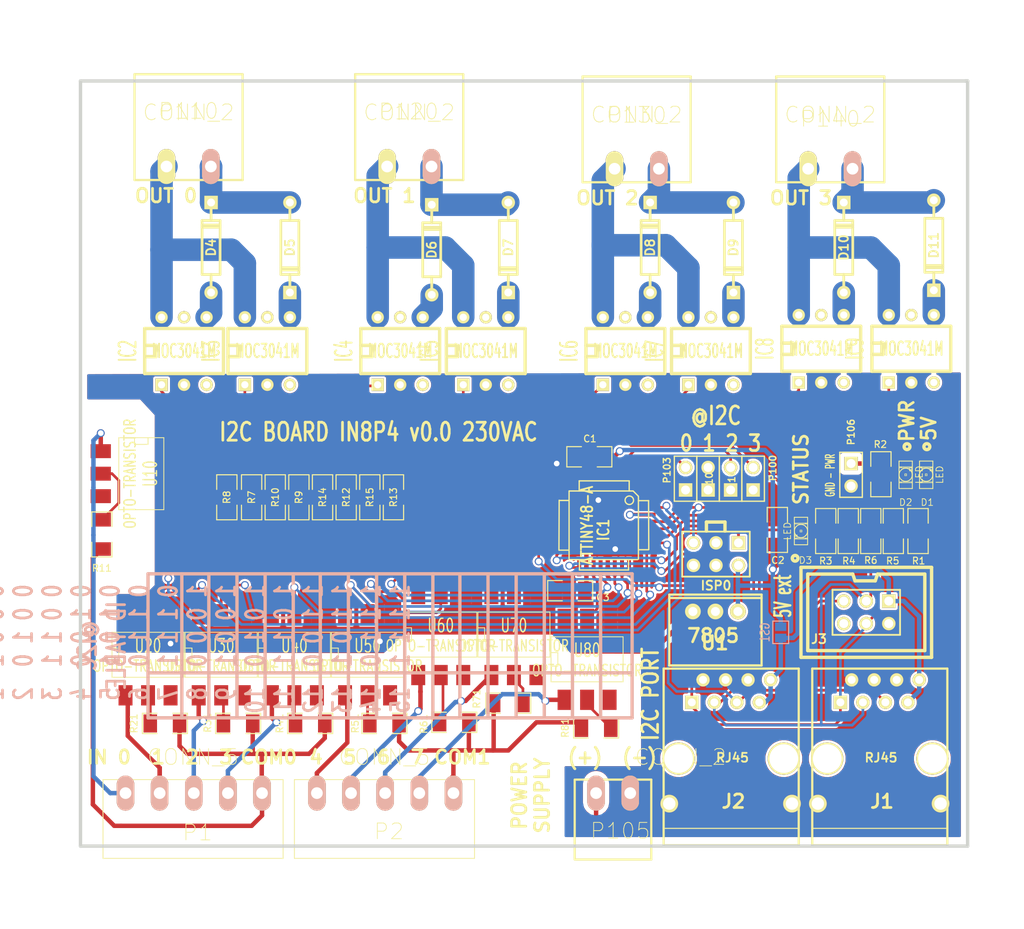
<source format=kicad_pcb>
(kicad_pcb (version 3) (host pcbnew "(2013-07-07 BZR 4022)-stable")
  (title_block (title "4in4out I2C board") (rev 0) (company "XPLDUINO project") (comment 1 "GNU GPL v2") (comment 2 "Domotic Open Source "))
  (layers (15 Dessus signal) (0 Dessous signal))
  (net 0 "")
  (net 1 +12V)
  (net 2 +5V)
  (net 3 /230_110_0-1)
  (net 4 /230_110_0-2)
  (net 5 /230_110_1-1)
  (net 6 /230_110_1-3)
  (net 7 /230_110_1-4)
  (net 8 /230_110_1_2)
  (net 9 /230_110_2-1)
  (net 10 /230_110_2-2)
  (net 11 /230_110_2-3)
  (net 12 /230_110_2-4)
  (net 13 /230_110_3-1)
  (net 14 /230_110_3-2)
  (net 15 /230_110_3-3)
  (net 16 /INT)
  (net 17 5V_EXT)
  (net 18 A0)
  (net 19 A1)
  (net 20 A2)
  (net 21 A3)
  (net 22 CMD0)
  (net 23 CMD1)
  (net 24 CMD2)
  (net 25 CMD3)
  (net 26 CMD4)
  (net 27 CMD5)
  (net 28 CMD6)
  (net 29 CMD7)
  (net 30 COM0)
  (net 31 COM1)
  (net 32 GND)
  (net 33 IN0)
  (net 34 IN1)
  (net 35 IN2)
  (net 36 IN3)
  (net 37 IN4)
  (net 38 IN5)
  (net 39 IN6)
  (net 40 IN7)
  (net 41 LED)
  (net 42 MISO)
  (net 43 MOSI)
  (net 44 N-0000021)
  (net 45 N-0000022)
  (net 46 N-0000023)
  (net 47 N-0000024)
  (net 48 N-0000033)
  (net 49 N-0000039)
  (net 50 N-0000040)
  (net 51 N-0000041)
  (net 52 N-0000042)
  (net 53 N-0000043)
  (net 54 N-0000044)
  (net 55 N-0000046)
  (net 56 N-0000047)
  (net 57 N-0000050)
  (net 58 N-0000054)
  (net 59 N-0000057)
  (net 60 N-0000076)
  (net 61 N-0000077)
  (net 62 N-0000082)
  (net 63 N-0000088)
  (net 64 N-0000089)
  (net 65 N-0000090)
  (net 66 OUT0)
  (net 67 OUT1)
  (net 68 OUT2)
  (net 69 OUT3)
  (net 70 OUT4)
  (net 71 OUT5)
  (net 72 OUT6)
  (net 73 OUT7)
  (net 74 RESET)
  (net 75 SCK)
  (net 76 SCL)
  (net 77 SDA)
  (module TQFP32 (layer Dessus) (at 240.665 121.285 270)
    (fp_text reference IC1)
    (fp_text value ATTINY48-A)
    (pad 8 smd rect (at -4.81584 2.77622 270) (size 1.99898 0.44958) (layers Dessus Dessus.Pate Dessus.Masque) (net 73 OUT7))
    (pad 7 smd rect (at -4.81584 1.97612 270) (size 1.99898 0.44958) (layers Dessus Dessus.Pate Dessus.Masque) (net 72 OUT6))
    (pad 6 smd rect (at -4.81584 1.17602 270) (size 1.99898 0.44958) (layers Dessus Dessus.Pate Dessus.Masque) (net 21 A3))
    (pad 5 smd rect (at -4.81584 0.37592 270) (size 1.99898 0.44958) (layers Dessus Dessus.Pate Dessus.Masque) (net 32 GND))
    (pad 4 smd rect (at -4.81584 -0.42418 270) (size 1.99898 0.44958) (layers Dessus Dessus.Pate Dessus.Masque) (net 2 +5V))
    (pad 3 smd rect (at -4.81584 -1.22428 270) (size 1.99898 0.44958) (layers Dessus Dessus.Pate Dessus.Masque) (net 20 A2))
    (pad 2 smd rect (at -4.81584 -2.02438 270) (size 1.99898 0.44958) (layers Dessus Dessus.Pate Dessus.Masque) (net 19 A1))
    (pad 1 smd rect (at -4.81584 -2.82448 270) (size 1.99898 0.44958) (layers Dessus Dessus.Pate Dessus.Masque) (net 18 A0))
    (pad 24 smd rect (at 4.7498 -2.8194 270) (size 1.99898 0.44958) (layers Dessus Dessus.Pate Dessus.Masque) (net 25 CMD3))
    (pad 17 smd rect (at 4.7498 2.794 270) (size 1.99898 0.44958) (layers Dessus Dessus.Pate Dessus.Masque) (net 75 SCK))
    (pad 18 smd rect (at 4.7498 1.9812 270) (size 1.99898 0.44958) (layers Dessus Dessus.Pate Dessus.Masque) (net 2 +5V))
    (pad 19 smd rect (at 4.7498 1.1684 270) (size 1.99898 0.44958) (layers Dessus Dessus.Pate Dessus.Masque) (net 29 CMD7))
    (pad 20 smd rect (at 4.7498 0.381 270) (size 1.99898 0.44958) (layers Dessus Dessus.Pate Dessus.Masque) (net 28 CMD6))
    (pad 21 smd rect (at 4.7498 -0.4318 270) (size 1.99898 0.44958) (layers Dessus Dessus.Pate Dessus.Masque) (net 32 GND))
    (pad 22 smd rect (at 4.7498 -1.2192 270) (size 1.99898 0.44958) (layers Dessus Dessus.Pate Dessus.Masque) (net 27 CMD5))
    (pad 23 smd rect (at 4.7498 -2.032 270) (size 1.99898 0.44958) (layers Dessus Dessus.Pate Dessus.Masque) (net 26 CMD4))
    (pad 32 smd rect (at -2.82448 -4.826 270) (size 0.44958 1.99898) (layers Dessus Dessus.Pate Dessus.Masque) (net 41 LED))
    (pad 31 smd rect (at -2.02692 -4.826 270) (size 0.44958 1.99898) (layers Dessus Dessus.Pate Dessus.Masque) (net 16 /INT))
    (pad 30 smd rect (at -1.22428 -4.826 270) (size 0.44958 1.99898) (layers Dessus Dessus.Pate Dessus.Masque) (net 22 CMD0))
    (pad 29 smd rect (at -0.42672 -4.826 270) (size 0.44958 1.99898) (layers Dessus Dessus.Pate Dessus.Masque) (net 74 RESET))
    (pad 28 smd rect (at 0.37592 -4.826 270) (size 0.44958 1.99898) (layers Dessus Dessus.Pate Dessus.Masque) (net 76 SCL))
    (pad 27 smd rect (at 1.17348 -4.826 270) (size 0.44958 1.99898) (layers Dessus Dessus.Pate Dessus.Masque) (net 77 SDA))
    (pad 26 smd rect (at 1.97612 -4.826 270) (size 0.44958 1.99898) (layers Dessus Dessus.Pate Dessus.Masque) (net 23 CMD1))
    (pad 25 smd rect (at 2.77368 -4.826 270) (size 0.44958 1.99898) (layers Dessus Dessus.Pate Dessus.Masque) (net 24 CMD2))
    (pad 9 smd rect (at -2.8194 4.7752 270) (size 0.44958 1.99898) (layers Dessus Dessus.Pate Dessus.Masque) (net 71 OUT5))
    (pad 10 smd rect (at -2.032 4.7752 270) (size 0.44958 1.99898) (layers Dessus Dessus.Pate Dessus.Masque) (net 70 OUT4))
    (pad 11 smd rect (at -1.2192 4.7752 270) (size 0.44958 1.99898) (layers Dessus Dessus.Pate Dessus.Masque) (net 69 OUT3))
    (pad 12 smd rect (at -0.4318 4.7752 270) (size 0.44958 1.99898) (layers Dessus Dessus.Pate Dessus.Masque) (net 68 OUT2))
    (pad 13 smd rect (at 0.3556 4.7752 270) (size 0.44958 1.99898) (layers Dessus Dessus.Pate Dessus.Masque) (net 67 OUT1))
    (pad 14 smd rect (at 1.1684 4.7752 270) (size 0.44958 1.99898) (layers Dessus Dessus.Pate Dessus.Masque) (net 66 OUT0))
    (pad 15 smd rect (at 1.9812 4.7752 270) (size 0.44958 1.99898) (layers Dessus Dessus.Pate Dessus.Masque) (net 43 MOSI))
    (pad 16 smd rect (at 2.794 4.7752 270) (size 0.44958 1.99898) (layers Dessus Dessus.Pate Dessus.Masque) (net 42 MISO))
  )
  (module MOL_CONN_5_MINI (layer Dessus) (at 208.28 151.5)
    (fp_text reference P2)
    (fp_text value CONN_5)
    (pad 1 thru_hole oval (at 0 0) (size 1.9812 3.9624) (drill 1.3208) (layers *.Cu *.SilkS *.Mask Dessus.Pate) (net 37 IN4))
    (pad 2 thru_hole oval (at 3.85 0) (size 1.9812 3.9624) (drill 1.3208) (layers *.Cu *.SilkS *.Mask Dessus.Pate) (net 38 IN5))
    (pad 3 thru_hole oval (at 7.7 0) (size 1.9812 3.9624) (drill 1.3208) (layers *.Cu *.SilkS *.Mask Dessus.Pate) (net 39 IN6))
    (pad 4 thru_hole oval (at 11.55 0) (size 1.9812 3.9624) (drill 1.3208) (layers *.Cu *.SilkS *.Mask Dessus.Pate) (net 40 IN7))
    (pad 5 thru_hole oval (at 15.4 0) (size 1.9812 3.9624) (drill 1.3208) (layers *.Cu *.SilkS *.Mask Dessus.Pate) (net 31 COM1))
  )
  (module MOL_CONN_5_MINI (layer Dessus) (at 186.69 151.5)
    (fp_text reference P1)
    (fp_text value CONN_5)
    (pad 1 thru_hole oval (at 0 0) (size 1.9812 3.9624) (drill 1.3208) (layers *.Cu *.SilkS *.Mask Dessus.Pate) (net 33 IN0))
    (pad 2 thru_hole oval (at 3.85 0) (size 1.9812 3.9624) (drill 1.3208) (layers *.Cu *.SilkS *.Mask Dessus.Pate) (net 34 IN1))
    (pad 3 thru_hole oval (at 7.7 0) (size 1.9812 3.9624) (drill 1.3208) (layers *.Cu *.SilkS *.Mask Dessus.Pate) (net 35 IN2))
    (pad 4 thru_hole oval (at 11.55 0) (size 1.9812 3.9624) (drill 1.3208) (layers *.Cu *.SilkS *.Mask Dessus.Pate) (net 36 IN3))
    (pad 5 thru_hole oval (at 15.4 0) (size 1.9812 3.9624) (drill 1.3208) (layers *.Cu *.SilkS *.Mask Dessus.Pate) (net 30 COM0))
  )
  (module HE10-6 (layer Dessus) (at 270.256 131.096 180)
    (fp_text reference J3)
    (fp_text value CONN_6 hide)
    (pad 1 thru_hole rect (at -2.54 1.27 180) (size 1.524 1.524) (drill 1.016) (layers *.Cu *.Mask Dessus.SilkS) (net 17 5V_EXT))
    (pad 2 thru_hole circle (at -2.54 -1.27 180) (size 1.524 1.524) (drill 1.016) (layers *.Cu *.Mask Dessus.SilkS) (net 32 GND))
    (pad 3 thru_hole circle (at 0 1.27 180) (size 1.524 1.524) (drill 1.016) (layers *.Cu *.Mask Dessus.SilkS) (net 76 SCL))
    (pad 4 thru_hole circle (at 0 -1.27 180) (size 1.524 1.524) (drill 1.016) (layers *.Cu *.Mask Dessus.SilkS) (net 77 SDA))
    (pad 5 thru_hole circle (at 2.54 1.27 180) (size 1.524 1.524) (drill 1.016) (layers *.Cu *.Mask Dessus.SilkS) (net 16 /INT))
    (pad 6 thru_hole circle (at 2.54 -1.27 180) (size 1.524 1.524) (drill 1.016) (layers *.Cu *.Mask Dessus.SilkS))
  )
  (module LED-1206 (layer Dessus) (at 277.0124 115.57 90)
    (fp_text reference D1)
    (fp_text value LED)
    (pad 1 smd rect (at -1.41986 0 90) (size 1.59766 1.80086) (layers Dessus Dessus.Pate Dessus.Masque) (net 65 N-0000090))
    (pad 2 smd rect (at 1.41986 0 90) (size 1.59766 1.80086) (layers Dessus Dessus.Pate Dessus.Masque) (net 32 GND))
  )
  (module LED-1206 (layer Dessus) (at 274.701 115.57 90)
    (fp_text reference D2)
    (fp_text value LED)
    (pad 1 smd rect (at -1.41986 0 90) (size 1.59766 1.80086) (layers Dessus Dessus.Pate Dessus.Masque) (net 64 N-0000089))
    (pad 2 smd rect (at 1.41986 0 90) (size 1.59766 1.80086) (layers Dessus Dessus.Pate Dessus.Masque) (net 32 GND))
  )
  (module LED-1206 (layer Dessus) (at 262.89 121.92 270)
    (fp_text reference D3)
    (fp_text value LED)
    (pad 1 smd rect (at -1.41986 0 270) (size 1.59766 1.80086) (layers Dessus Dessus.Pate Dessus.Masque) (net 41 LED))
    (pad 2 smd rect (at 1.41986 0 270) (size 1.59766 1.80086) (layers Dessus Dessus.Pate Dessus.Masque) (net 60 N-0000076))
  )
  (module PIN_ARRAY_2X1 (layer Dessus) (at 257.4925 116.0145 90)
    (fp_text reference P100)
    (fp_text value CONN_2 hide)
    (pad 1 thru_hole rect (at -1.27 0 90) (size 1.524 1.524) (drill 1.016) (layers *.Cu *.Mask Dessus.SilkS) (net 32 GND))
    (pad 2 thru_hole circle (at 1.27 0 90) (size 1.524 1.524) (drill 1.016) (layers *.Cu *.Mask Dessus.SilkS) (net 21 A3))
  )
  (module PIN_ARRAY_2X1 (layer Dessus) (at 254.9525 116.0145 90)
    (fp_text reference P101)
    (fp_text value CONN_2 hide)
    (pad 1 thru_hole rect (at -1.27 0 90) (size 1.524 1.524) (drill 1.016) (layers *.Cu *.Mask Dessus.SilkS) (net 32 GND))
    (pad 2 thru_hole circle (at 1.27 0 90) (size 1.524 1.524) (drill 1.016) (layers *.Cu *.Mask Dessus.SilkS) (net 20 A2))
  )
  (module PIN_ARRAY_2X1 (layer Dessus) (at 249.8725 116.0145 90)
    (fp_text reference P103)
    (fp_text value CONN_2 hide)
    (pad 1 thru_hole rect (at -1.27 0 90) (size 1.524 1.524) (drill 1.016) (layers *.Cu *.Mask Dessus.SilkS) (net 32 GND))
    (pad 2 thru_hole circle (at 1.27 0 90) (size 1.524 1.524) (drill 1.016) (layers *.Cu *.Mask Dessus.SilkS) (net 18 A0))
  )
  (module PIN_ARRAY_2X1 (layer Dessus) (at 268.5415 115.57 270)
    (fp_text reference P106)
    (fp_text value CONN_2 hide)
    (pad 1 thru_hole rect (at -1.27 0 270) (size 1.524 1.524) (drill 1.016) (layers *.Cu *.Mask Dessus.SilkS) (net 1 +12V))
    (pad 2 thru_hole circle (at 1.27 0 270) (size 1.524 1.524) (drill 1.016) (layers *.Cu *.Mask Dessus.SilkS) (net 32 GND))
  )
  (module PIN_ARRAY_2X1 (layer Dessus) (at 252.4125 116.0145 90)
    (fp_text reference P102)
    (fp_text value CONN_2 hide)
    (pad 1 thru_hole rect (at -1.27 0 90) (size 1.524 1.524) (drill 1.016) (layers *.Cu *.Mask Dessus.SilkS) (net 32 GND))
    (pad 2 thru_hole circle (at 1.27 0 90) (size 1.524 1.524) (drill 1.016) (layers *.Cu *.Mask Dessus.SilkS) (net 19 A1))
  )
  (module SM1206 (layer Dessus) (at 215.9 143.637)
    (fp_text reference R51)
    (fp_text value 2KR hide)
    (pad 1 smd rect (at -1.651 0) (size 1.524 2.032) (layers Dessus Dessus.Pate Dessus.Masque) (net 59 N-0000057))
    (pad 2 smd rect (at 1.651 0) (size 1.524 2.032) (layers Dessus Dessus.Pate Dessus.Masque) (net 31 COM1))
  )
  (module SM1206 (layer Dessus) (at 268.224 121.92 90)
    (fp_text reference R4)
    (fp_text value 10KR hide)
    (pad 1 smd rect (at -1.651 0 90) (size 1.524 2.032) (layers Dessus Dessus.Pate Dessus.Masque) (net 2 +5V))
    (pad 2 smd rect (at 1.651 0 90) (size 1.524 2.032) (layers Dessus Dessus.Pate Dessus.Masque) (net 74 RESET))
  )
  (module SM1206 (layer Dessus) (at 265.684 121.92 90)
    (fp_text reference R3)
    (fp_text value 2KR hide)
    (pad 1 smd rect (at -1.651 0 90) (size 1.524 2.032) (layers Dessus Dessus.Pate Dessus.Masque) (net 60 N-0000076))
    (pad 2 smd rect (at 1.651 0 90) (size 1.524 2.032) (layers Dessus Dessus.Pate Dessus.Masque) (net 32 GND))
  )
  (module SM1206 (layer Dessus) (at 260.223 121.793 90)
    (fp_text reference C2)
    (fp_text value 0.1uF hide)
    (pad 1 smd rect (at -1.651 0 90) (size 1.524 2.032) (layers Dessus Dessus.Pate Dessus.Masque) (net 2 +5V))
    (pad 2 smd rect (at 1.651 0 90) (size 1.524 2.032) (layers Dessus Dessus.Pate Dessus.Masque) (net 32 GND))
  )
  (module SM1206 (layer Dessus) (at 239.014 113.538 180)
    (fp_text reference C1)
    (fp_text value 0.1uF hide)
    (pad 1 smd rect (at -1.651 0 180) (size 1.524 2.032) (layers Dessus Dessus.Pate Dessus.Masque) (net 2 +5V))
    (pad 2 smd rect (at 1.651 0 180) (size 1.524 2.032) (layers Dessus Dessus.Pate Dessus.Masque) (net 32 GND))
  )
  (module SM1206 (layer Dessus) (at 271.907 115.5065 270)
    (fp_text reference R2)
    (fp_text value 4.7KR hide)
    (pad 1 smd rect (at -1.651 0 270) (size 1.524 2.032) (layers Dessus Dessus.Pate Dessus.Masque) (net 1 +12V))
    (pad 2 smd rect (at 1.651 0 270) (size 1.524 2.032) (layers Dessus Dessus.Pate Dessus.Masque) (net 64 N-0000089))
  )
  (module SM1206 (layer Dessus) (at 199.39 143.637)
    (fp_text reference R31)
    (fp_text value 2KR hide)
    (pad 1 smd rect (at -1.651 0) (size 1.524 2.032) (layers Dessus Dessus.Pate Dessus.Masque) (net 63 N-0000088))
    (pad 2 smd rect (at 1.651 0) (size 1.524 2.032) (layers Dessus Dessus.Pate Dessus.Masque) (net 30 COM0))
  )
  (module SM1206 (layer Dessus) (at 276.098 121.92 90)
    (fp_text reference R1)
    (fp_text value 2KR hide)
    (pad 1 smd rect (at -1.651 0 90) (size 1.524 2.032) (layers Dessus Dessus.Pate Dessus.Masque) (net 2 +5V))
    (pad 2 smd rect (at 1.651 0 90) (size 1.524 2.032) (layers Dessus Dessus.Pate Dessus.Masque) (net 65 N-0000090))
  )
  (module SM1206 (layer Dessus) (at 191.135 143.637)
    (fp_text reference R21)
    (fp_text value 2KR hide)
    (pad 1 smd rect (at -1.651 0) (size 1.524 2.032) (layers Dessus Dessus.Pate Dessus.Masque) (net 62 N-0000082))
    (pad 2 smd rect (at 1.651 0) (size 1.524 2.032) (layers Dessus Dessus.Pate Dessus.Masque) (net 30 COM0))
  )
  (module SM1206 (layer Dessus) (at 207.518 143.637)
    (fp_text reference R41)
    (fp_text value 2KR hide)
    (pad 1 smd rect (at -1.651 0) (size 1.524 2.032) (layers Dessus Dessus.Pate Dessus.Masque) (net 58 N-0000054))
    (pad 2 smd rect (at 1.651 0) (size 1.524 2.032) (layers Dessus Dessus.Pate Dessus.Masque) (net 30 COM0))
  )
  (module SM1206 (layer Dessus) (at 239.776 144.145 180)
    (fp_text reference R81)
    (fp_text value 2KR hide)
    (pad 1 smd rect (at -1.651 0 180) (size 1.524 2.032) (layers Dessus Dessus.Pate Dessus.Masque) (net 57 N-0000050))
    (pad 2 smd rect (at 1.651 0 180) (size 1.524 2.032) (layers Dessus Dessus.Pate Dessus.Masque) (net 31 COM1))
  )
  (module SM1206 (layer Dessus) (at 223.774 143.51)
    (fp_text reference R61)
    (fp_text value 2KR hide)
    (pad 1 smd rect (at -1.651 0) (size 1.524 2.032) (layers Dessus Dessus.Pate Dessus.Masque) (net 55 N-0000046))
    (pad 2 smd rect (at 1.651 0) (size 1.524 2.032) (layers Dessus Dessus.Pate Dessus.Masque) (net 31 COM1))
  )
  (module SM1206 (layer Dessus) (at 229.87 141.351 180)
    (fp_text reference R71)
    (fp_text value 2KR hide)
    (pad 1 smd rect (at -1.651 0 180) (size 1.524 2.032) (layers Dessus Dessus.Pate Dessus.Masque) (net 56 N-0000047))
    (pad 2 smd rect (at 1.651 0 180) (size 1.524 2.032) (layers Dessus Dessus.Pate Dessus.Masque) (net 31 COM1))
  )
  (module pin_array_3x2 (layer Dessus) (at 253.3015 124.5235 180)
    (fp_text reference ISP0)
    (fp_text value CONN_3X2 hide)
    (pad 1 thru_hole rect (at -2.54 1.27 180) (size 1.524 1.524) (drill 1.016) (layers *.Cu *.Mask Dessus.SilkS) (net 42 MISO))
    (pad 2 thru_hole circle (at -2.54 -1.27 180) (size 1.524 1.524) (drill 1.016) (layers *.Cu *.Mask Dessus.SilkS) (net 2 +5V))
    (pad 3 thru_hole circle (at 0 1.27 180) (size 1.524 1.524) (drill 1.016) (layers *.Cu *.Mask Dessus.SilkS) (net 75 SCK))
    (pad 4 thru_hole circle (at 0 -1.27 180) (size 1.524 1.524) (drill 1.016) (layers *.Cu *.Mask Dessus.SilkS) (net 43 MOSI))
    (pad 5 thru_hole circle (at 2.54 1.27 180) (size 1.524 1.524) (drill 1.016) (layers *.Cu *.Mask Dessus.SilkS) (net 74 RESET))
    (pad 6 thru_hole circle (at 2.54 -1.27 180) (size 1.524 1.524) (drill 1.016) (layers *.Cu *.Mask Dessus.SilkS) (net 32 GND))
  )
  (module SM1206 (layer Dessus) (at 184.023 122.301 270)
    (fp_text reference R11)
    (fp_text value 2KR hide)
    (pad 1 smd rect (at -1.651 0 270) (size 1.524 2.032) (layers Dessus Dessus.Pate Dessus.Masque) (net 61 N-0000077))
    (pad 2 smd rect (at 1.651 0 270) (size 1.524 2.032) (layers Dessus Dessus.Pate Dessus.Masque) (net 30 COM0))
  )
  (module SM1206 (layer Dessus) (at 273.304 121.92 270)
    (fp_text reference R5)
    (fp_text value 10KR hide)
    (pad 1 smd rect (at -1.651 0 270) (size 1.524 2.032) (layers Dessus Dessus.Pate Dessus.Masque) (net 2 +5V))
    (pad 2 smd rect (at 1.651 0 270) (size 1.524 2.032) (layers Dessus Dessus.Pate Dessus.Masque) (net 77 SDA))
  )
  (module SM1206 (layer Dessus) (at 270.764 121.92 270)
    (fp_text reference R6)
    (fp_text value 10KR hide)
    (pad 1 smd rect (at -1.651 0 270) (size 1.524 2.032) (layers Dessus Dessus.Pate Dessus.Masque) (net 2 +5V))
    (pad 2 smd rect (at 1.651 0 270) (size 1.524 2.032) (layers Dessus Dessus.Pate Dessus.Masque) (net 76 SCL))
  )
  (module MOL_CONN_2_MINI (layer Dessus) (at 241.681 151.5)
    (fp_text reference P105)
    (fp_text value CONN_2)
    (pad 1 thru_hole oval (at -1.905 0) (size 1.9812 3.9624) (drill 1.3208) (layers *.Cu *.SilkS *.Mask Dessus.Pate) (net 1 +12V))
    (pad 2 thru_hole oval (at 1.945 0) (size 1.9812 3.9624) (drill 1.3208) (layers *.Cu *.SilkS *.Mask Dessus.Pate) (net 32 GND))
  )
  (module SM1206 (layer Dessus) (at 236.855 128.651 180)
    (fp_text reference C3)
    (fp_text value 4.7uF hide)
    (pad 1 smd rect (at -1.651 0 180) (size 1.524 2.032) (layers Dessus Dessus.Pate Dessus.Masque) (net 2 +5V))
    (pad 2 smd rect (at 1.651 0 180) (size 1.524 2.032) (layers Dessus Dessus.Pate Dessus.Masque) (net 32 GND))
  )
  (module MOL_CONN_2_H (layer Dessus) (at 193.802 80.772 180)
    (fp_text reference P110)
    (fp_text value CONN_2)
    (pad 1 thru_hole oval (at -2.5146 0 180) (size 1.9812 3.9624) (drill 1.3208) (layers *.Cu *.SilkS *.Mask Dessus.Pate) (net 46 N-0000023))
    (pad 2 thru_hole oval (at 2.4892 0 180) (size 1.9812 3.9624) (drill 1.3208) (layers *.Cu *.Mask Dessus.Pate Dessus.SilkS) (net 3 /230_110_0-1))
  )
  (module MOL_CONN_2_H (layer Dessus) (at 218.694 80.772 180)
    (fp_text reference P120)
    (fp_text value CONN_2)
    (pad 1 thru_hole oval (at -2.5146 0 180) (size 1.9812 3.9624) (drill 1.3208) (layers *.Cu *.SilkS *.Mask Dessus.Pate) (net 5 /230_110_1-1))
    (pad 2 thru_hole oval (at 2.4892 0 180) (size 1.9812 3.9624) (drill 1.3208) (layers *.Cu *.Mask Dessus.Pate Dessus.SilkS) (net 8 /230_110_1_2))
  )
  (module MOL_CONN_2_H (layer Dessus) (at 244.348 81.026 180)
    (fp_text reference P130)
    (fp_text value CONN_2)
    (pad 1 thru_hole oval (at -2.5146 0 180) (size 1.9812 3.9624) (drill 1.3208) (layers *.Cu *.SilkS *.Mask Dessus.Pate) (net 9 /230_110_2-1))
    (pad 2 thru_hole oval (at 2.4892 0 180) (size 1.9812 3.9624) (drill 1.3208) (layers *.Cu *.Mask Dessus.Pate Dessus.SilkS) (net 7 /230_110_1-4))
  )
  (module MOL_CONN_2_H (layer Dessus) (at 266.192 81.026 180)
    (fp_text reference P140)
    (fp_text value CONN_2)
    (pad 1 thru_hole oval (at -2.5146 0 180) (size 1.9812 3.9624) (drill 1.3208) (layers *.Cu *.SilkS *.Mask Dessus.Pate) (net 13 /230_110_3-1))
    (pad 2 thru_hole oval (at 2.4892 0 180) (size 1.9812 3.9624) (drill 1.3208) (layers *.Cu *.Mask Dessus.Pate Dessus.SilkS) (net 12 /230_110_2-4))
  )
  (module RJ45_BASIC (layer Dessus) (at 255.016 147.606)
    (fp_text reference J2)
    (fp_text value RJ45)
    (pad Hole thru_hole circle (at 5.93852 0) (size 3.64998 3.64998) (drill 3.2512) (layers *.Cu *.Mask Dessus.SilkS))
    (pad Hole thru_hole circle (at -5.9309 0) (size 3.64998 3.64998) (drill 3.2512) (layers *.Cu *.Mask Dessus.SilkS))
    (pad 1 thru_hole rect (at -4.445 -6.35) (size 1.50114 1.50114) (drill 0.89916) (layers *.Cu *.Mask Dessus.SilkS) (net 77 SDA))
    (pad 2 thru_hole circle (at -3.175 -8.89) (size 1.50114 1.50114) (drill 0.89916) (layers *.Cu *.Mask Dessus.SilkS) (net 32 GND))
    (pad 3 thru_hole circle (at -1.905 -6.35) (size 1.50114 1.50114) (drill 0.89916) (layers *.Cu *.Mask Dessus.SilkS) (net 76 SCL))
    (pad 4 thru_hole circle (at -0.635 -8.89) (size 1.50114 1.50114) (drill 0.89916) (layers *.Cu *.Mask Dessus.SilkS) (net 32 GND))
    (pad 5 thru_hole circle (at 0.635 -6.35) (size 1.50114 1.50114) (drill 0.89916) (layers *.Cu *.Mask Dessus.SilkS) (net 16 /INT))
    (pad 6 thru_hole circle (at 1.905 -8.89) (size 1.50114 1.50114) (drill 0.89916) (layers *.Cu *.Mask Dessus.SilkS) (net 32 GND))
    (pad 7 thru_hole circle (at 3.175 -6.35) (size 1.50114 1.50114) (drill 0.89916) (layers *.Cu *.Mask Dessus.SilkS) (net 17 5V_EXT))
    (pad 8 thru_hole circle (at 4.445 -8.89) (size 1.50114 1.50114) (drill 0.89916) (layers *.Cu *.Mask Dessus.SilkS) (net 17 5V_EXT))
    (pad 9 thru_hole circle (at -6.985 5.08) (size 2 2) (drill 1.4) (layers *.Cu *.Mask Dessus.SilkS) (net 32 GND))
    (pad 9 thru_hole circle (at 6.858 5.08) (size 2 2) (drill 1.4) (layers *.Cu *.Mask Dessus.SilkS) (net 32 GND))
  )
  (module RJ45_BASIC (layer Dessus) (at 271.78 147.606)
    (fp_text reference J1)
    (fp_text value RJ45)
    (pad Hole thru_hole circle (at 5.93852 0) (size 3.64998 3.64998) (drill 3.2512) (layers *.Cu *.Mask Dessus.SilkS))
    (pad Hole thru_hole circle (at -5.9309 0) (size 3.64998 3.64998) (drill 3.2512) (layers *.Cu *.Mask Dessus.SilkS))
    (pad 1 thru_hole rect (at -4.445 -6.35) (size 1.50114 1.50114) (drill 0.89916) (layers *.Cu *.Mask Dessus.SilkS) (net 77 SDA))
    (pad 2 thru_hole circle (at -3.175 -8.89) (size 1.50114 1.50114) (drill 0.89916) (layers *.Cu *.Mask Dessus.SilkS) (net 32 GND))
    (pad 3 thru_hole circle (at -1.905 -6.35) (size 1.50114 1.50114) (drill 0.89916) (layers *.Cu *.Mask Dessus.SilkS) (net 76 SCL))
    (pad 4 thru_hole circle (at -0.635 -8.89) (size 1.50114 1.50114) (drill 0.89916) (layers *.Cu *.Mask Dessus.SilkS) (net 32 GND))
    (pad 5 thru_hole circle (at 0.635 -6.35) (size 1.50114 1.50114) (drill 0.89916) (layers *.Cu *.Mask Dessus.SilkS) (net 16 /INT))
    (pad 6 thru_hole circle (at 1.905 -8.89) (size 1.50114 1.50114) (drill 0.89916) (layers *.Cu *.Mask Dessus.SilkS) (net 32 GND))
    (pad 7 thru_hole circle (at 3.175 -6.35) (size 1.50114 1.50114) (drill 0.89916) (layers *.Cu *.Mask Dessus.SilkS) (net 17 5V_EXT))
    (pad 8 thru_hole circle (at 4.445 -8.89) (size 1.50114 1.50114) (drill 0.89916) (layers *.Cu *.Mask Dessus.SilkS) (net 17 5V_EXT))
    (pad 9 thru_hole circle (at -6.985 5.08) (size 2 2) (drill 1.4) (layers *.Cu *.Mask Dessus.SilkS) (net 32 GND))
    (pad 9 thru_hole circle (at 6.858 5.08) (size 2 2) (drill 1.4) (layers *.Cu *.Mask Dessus.SilkS) (net 32 GND))
  )
  (module CMS-6 (layer Dessus) (at 188.468 115.443 270)
    (fp_text reference U10)
    (fp_text value OPTO-TRANSISTOR)
    (pad 1 smd rect (at -2.54 4.572 270) (size 1.5748 2.286) (layers Dessus Dessus.Pate Dessus.Masque) (net 33 IN0))
    (pad 2 smd rect (at 0 4.572 270) (size 1.5748 2.286) (layers Dessus Dessus.Pate Dessus.Masque) (net 61 N-0000077))
    (pad 3 smd rect (at 2.54 4.572 270) (size 1.5748 2.286) (layers Dessus Dessus.Pate Dessus.Masque))
    (pad 4 smd rect (at 2.667 -4.572 270) (size 1.5748 2.286) (layers Dessus Dessus.Pate Dessus.Masque) (net 32 GND))
    (pad 5 smd rect (at 0 -4.572 270) (size 1.5748 2.286) (layers Dessus Dessus.Pate Dessus.Masque) (net 22 CMD0))
    (pad 6 smd rect (at -2.54 -4.572 270) (size 1.5748 2.286) (layers Dessus Dessus.Pate Dessus.Masque))
  )
  (module CMS-6 (layer Dessus) (at 189.23 135.89)
    (fp_text reference U20)
    (fp_text value OPTO-TRANSISTOR)
    (pad 1 smd rect (at -2.54 4.572) (size 1.5748 2.286) (layers Dessus Dessus.Pate Dessus.Masque) (net 34 IN1))
    (pad 2 smd rect (at 0 4.572) (size 1.5748 2.286) (layers Dessus Dessus.Pate Dessus.Masque) (net 62 N-0000082))
    (pad 3 smd rect (at 2.54 4.572) (size 1.5748 2.286) (layers Dessus Dessus.Pate Dessus.Masque))
    (pad 4 smd rect (at 2.667 -4.572) (size 1.5748 2.286) (layers Dessus Dessus.Pate Dessus.Masque) (net 32 GND))
    (pad 5 smd rect (at 0 -4.572) (size 1.5748 2.286) (layers Dessus Dessus.Pate Dessus.Masque) (net 23 CMD1))
    (pad 6 smd rect (at -2.54 -4.572) (size 1.5748 2.286) (layers Dessus Dessus.Pate Dessus.Masque))
  )
  (module CMS-6 (layer Dessus) (at 197.485 135.89)
    (fp_text reference U30)
    (fp_text value OPTO-TRANSISTOR)
    (pad 1 smd rect (at -2.54 4.572) (size 1.5748 2.286) (layers Dessus Dessus.Pate Dessus.Masque) (net 35 IN2))
    (pad 2 smd rect (at 0 4.572) (size 1.5748 2.286) (layers Dessus Dessus.Pate Dessus.Masque) (net 63 N-0000088))
    (pad 3 smd rect (at 2.54 4.572) (size 1.5748 2.286) (layers Dessus Dessus.Pate Dessus.Masque))
    (pad 4 smd rect (at 2.667 -4.572) (size 1.5748 2.286) (layers Dessus Dessus.Pate Dessus.Masque) (net 32 GND))
    (pad 5 smd rect (at 0 -4.572) (size 1.5748 2.286) (layers Dessus Dessus.Pate Dessus.Masque) (net 24 CMD2))
    (pad 6 smd rect (at -2.54 -4.572) (size 1.5748 2.286) (layers Dessus Dessus.Pate Dessus.Masque))
  )
  (module CMS-6 (layer Dessus) (at 205.74 135.89)
    (fp_text reference U40)
    (fp_text value OPTO-TRANSISTOR)
    (pad 1 smd rect (at -2.54 4.572) (size 1.5748 2.286) (layers Dessus Dessus.Pate Dessus.Masque) (net 36 IN3))
    (pad 2 smd rect (at 0 4.572) (size 1.5748 2.286) (layers Dessus Dessus.Pate Dessus.Masque) (net 58 N-0000054))
    (pad 3 smd rect (at 2.54 4.572) (size 1.5748 2.286) (layers Dessus Dessus.Pate Dessus.Masque))
    (pad 4 smd rect (at 2.667 -4.572) (size 1.5748 2.286) (layers Dessus Dessus.Pate Dessus.Masque) (net 32 GND))
    (pad 5 smd rect (at 0 -4.572) (size 1.5748 2.286) (layers Dessus Dessus.Pate Dessus.Masque) (net 25 CMD3))
    (pad 6 smd rect (at -2.54 -4.572) (size 1.5748 2.286) (layers Dessus Dessus.Pate Dessus.Masque))
  )
  (module CMS-6 (layer Dessus) (at 213.995 135.89)
    (fp_text reference U50)
    (fp_text value OPTO-TRANSISTOR)
    (pad 1 smd rect (at -2.54 4.572) (size 1.5748 2.286) (layers Dessus Dessus.Pate Dessus.Masque) (net 37 IN4))
    (pad 2 smd rect (at 0 4.572) (size 1.5748 2.286) (layers Dessus Dessus.Pate Dessus.Masque) (net 59 N-0000057))
    (pad 3 smd rect (at 2.54 4.572) (size 1.5748 2.286) (layers Dessus Dessus.Pate Dessus.Masque))
    (pad 4 smd rect (at 2.667 -4.572) (size 1.5748 2.286) (layers Dessus Dessus.Pate Dessus.Masque) (net 32 GND))
    (pad 5 smd rect (at 0 -4.572) (size 1.5748 2.286) (layers Dessus Dessus.Pate Dessus.Masque) (net 26 CMD4))
    (pad 6 smd rect (at -2.54 -4.572) (size 1.5748 2.286) (layers Dessus Dessus.Pate Dessus.Masque))
  )
  (module CMS-6 (layer Dessus) (at 222.25 133.604)
    (fp_text reference U60)
    (fp_text value OPTO-TRANSISTOR)
    (pad 1 smd rect (at -2.54 4.572) (size 1.5748 2.286) (layers Dessus Dessus.Pate Dessus.Masque) (net 38 IN5))
    (pad 2 smd rect (at 0 4.572) (size 1.5748 2.286) (layers Dessus Dessus.Pate Dessus.Masque) (net 55 N-0000046))
    (pad 3 smd rect (at 2.54 4.572) (size 1.5748 2.286) (layers Dessus Dessus.Pate Dessus.Masque))
    (pad 4 smd rect (at 2.667 -4.572) (size 1.5748 2.286) (layers Dessus Dessus.Pate Dessus.Masque) (net 32 GND))
    (pad 5 smd rect (at 0 -4.572) (size 1.5748 2.286) (layers Dessus Dessus.Pate Dessus.Masque) (net 27 CMD5))
    (pad 6 smd rect (at -2.54 -4.572) (size 1.5748 2.286) (layers Dessus Dessus.Pate Dessus.Masque))
  )
  (module CMS-6 (layer Dessus) (at 230.505 133.604)
    (fp_text reference U70)
    (fp_text value OPTO-TRANSISTOR)
    (pad 1 smd rect (at -2.54 4.572) (size 1.5748 2.286) (layers Dessus Dessus.Pate Dessus.Masque) (net 39 IN6))
    (pad 2 smd rect (at 0 4.572) (size 1.5748 2.286) (layers Dessus Dessus.Pate Dessus.Masque) (net 56 N-0000047))
    (pad 3 smd rect (at 2.54 4.572) (size 1.5748 2.286) (layers Dessus Dessus.Pate Dessus.Masque))
    (pad 4 smd rect (at 2.667 -4.572) (size 1.5748 2.286) (layers Dessus Dessus.Pate Dessus.Masque) (net 32 GND))
    (pad 5 smd rect (at 0 -4.572) (size 1.5748 2.286) (layers Dessus Dessus.Pate Dessus.Masque) (net 28 CMD6))
    (pad 6 smd rect (at -2.54 -4.572) (size 1.5748 2.286) (layers Dessus Dessus.Pate Dessus.Masque))
  )
  (module CMS-6 (layer Dessus) (at 238.76 136.398)
    (fp_text reference U80)
    (fp_text value OPTO-TRANSISTOR)
    (pad 1 smd rect (at -2.54 4.572) (size 1.5748 2.286) (layers Dessus Dessus.Pate Dessus.Masque) (net 40 IN7))
    (pad 2 smd rect (at 0 4.572) (size 1.5748 2.286) (layers Dessus Dessus.Pate Dessus.Masque) (net 57 N-0000050))
    (pad 3 smd rect (at 2.54 4.572) (size 1.5748 2.286) (layers Dessus Dessus.Pate Dessus.Masque))
    (pad 4 smd rect (at 2.667 -4.572) (size 1.5748 2.286) (layers Dessus Dessus.Pate Dessus.Masque) (net 32 GND))
    (pad 5 smd rect (at 0 -4.572) (size 1.5748 2.286) (layers Dessus Dessus.Pate Dessus.Masque) (net 29 CMD7))
    (pad 6 smd rect (at -2.54 -4.572) (size 1.5748 2.286) (layers Dessus Dessus.Pate Dessus.Masque))
  )
  (module GS2 (layer Dessous) (at 260.604 133.35 180)
    (fp_text reference GS1)
    (fp_text value GS2 hide)
    (pad 1 smd rect (at 0 0.635 180) (size 1.27 0.9652) (layers Dessous Dessous.Pate Dessous.Masque) (net 2 +5V))
    (pad 2 smd rect (at 0 -0.635 180) (size 1.27 0.9652) (layers Dessous Dessous.Pate Dessous.Masque) (net 17 5V_EXT))
  )
  (module RECOM (layer Dessus) (at 253.238 131.0005)
    (fp_text reference U1)
    (fp_text value 7805)
    (pad 1 thru_hole circle (at -2.54 0) (size 1.778 1.778) (drill 1.016) (layers *.Cu *.Mask Dessus.SilkS))
    (pad 2 thru_hole circle (at 0 0) (size 1.778 1.778) (drill 1.016) (layers *.Cu *.Mask Dessus.SilkS))
    (pad 3 thru_hole circle (at 2.54 0) (size 1.778 1.778) (drill 1.016) (layers *.Cu *.Mask Dessus.SilkS))
  )
  (module SM1206 (layer Dessus) (at 198.12 118.11 90)
    (fp_text reference R8)
    (fp_text value 100R hide)
    (pad 1 smd rect (at -1.651 0 90) (size 1.524 2.032) (layers Dessus Dessus.Pate Dessus.Masque) (net 66 OUT0))
    (pad 2 smd rect (at 1.651 0 90) (size 1.524 2.032) (layers Dessus Dessus.Pate Dessus.Masque) (net 49 N-0000039))
  )
  (module SM1206 (layer Dessus) (at 216.916 118.11 90)
    (fp_text reference R13)
    (fp_text value 100R hide)
    (pad 1 smd rect (at -1.651 0 90) (size 1.524 2.032) (layers Dessus Dessus.Pate Dessus.Masque) (net 73 OUT7))
    (pad 2 smd rect (at 1.651 0 90) (size 1.524 2.032) (layers Dessus Dessus.Pate Dessus.Masque) (net 45 N-0000022))
  )
  (module SM1206 (layer Dessus) (at 200.914 118.11 90)
    (fp_text reference R7)
    (fp_text value 100R hide)
    (pad 1 smd rect (at -1.651 0 90) (size 1.524 2.032) (layers Dessus Dessus.Pate Dessus.Masque) (net 67 OUT1))
    (pad 2 smd rect (at 1.651 0 90) (size 1.524 2.032) (layers Dessus Dessus.Pate Dessus.Masque) (net 50 N-0000040))
  )
  (module SM1206 (layer Dessus) (at 214.249 118.11 90)
    (fp_text reference R15)
    (fp_text value 100R hide)
    (pad 1 smd rect (at -1.651 0 90) (size 1.524 2.032) (layers Dessus Dessus.Pate Dessus.Masque) (net 72 OUT6))
    (pad 2 smd rect (at 1.651 0 90) (size 1.524 2.032) (layers Dessus Dessus.Pate Dessus.Masque) (net 44 N-0000021))
  )
  (module SM1206 (layer Dessus) (at 203.581 118.11 90)
    (fp_text reference R10)
    (fp_text value 100R hide)
    (pad 1 smd rect (at -1.651 0 90) (size 1.524 2.032) (layers Dessus Dessus.Pate Dessus.Masque) (net 68 OUT2))
    (pad 2 smd rect (at 1.651 0 90) (size 1.524 2.032) (layers Dessus Dessus.Pate Dessus.Masque) (net 51 N-0000041))
  )
  (module SM1206 (layer Dessus) (at 211.582 118.11 90)
    (fp_text reference R12)
    (fp_text value 100R hide)
    (pad 1 smd rect (at -1.651 0 90) (size 1.524 2.032) (layers Dessus Dessus.Pate Dessus.Masque) (net 71 OUT5))
    (pad 2 smd rect (at 1.651 0 90) (size 1.524 2.032) (layers Dessus Dessus.Pate Dessus.Masque) (net 53 N-0000043))
  )
  (module SM1206 (layer Dessus) (at 206.248 118.11 90)
    (fp_text reference R9)
    (fp_text value 100R hide)
    (pad 1 smd rect (at -1.651 0 90) (size 1.524 2.032) (layers Dessus Dessus.Pate Dessus.Masque) (net 69 OUT3))
    (pad 2 smd rect (at 1.651 0 90) (size 1.524 2.032) (layers Dessus Dessus.Pate Dessus.Masque) (net 52 N-0000042))
  )
  (module SM1206 (layer Dessus) (at 208.915 118.11 90)
    (fp_text reference R14)
    (fp_text value 100R hide)
    (pad 1 smd rect (at -1.651 0 90) (size 1.524 2.032) (layers Dessus Dessus.Pate Dessus.Masque) (net 70 OUT4))
    (pad 2 smd rect (at 1.651 0 90) (size 1.524 2.032) (layers Dessus Dessus.Pate Dessus.Masque) (net 54 N-0000044))
  )
  (module DO-41 (layer Dessus) (at 196.342 89.916 90)
    (fp_text reference D4)
    (fp_text value 1N4007 hide)
    (pad 2 thru_hole rect (at 5.08 0 90) (size 1.524 1.524) (drill 0.889) (layers *.Cu *.Mask Dessus.SilkS) (net 46 N-0000023))
    (pad 1 thru_hole circle (at -5.08 0 90) (size 1.524 1.524) (drill 0.889) (layers *.Cu *.Mask Dessus.SilkS) (net 4 /230_110_0-2))
  )
  (module DO-41 (layer Dessus) (at 205.232 89.916 270)
    (fp_text reference D5)
    (fp_text value 1N4007 hide)
    (pad 2 thru_hole rect (at 5.08 0 270) (size 1.524 1.524) (drill 0.889) (layers *.Cu *.Mask Dessus.SilkS) (net 47 N-0000024))
    (pad 1 thru_hole circle (at -5.08 0 270) (size 1.524 1.524) (drill 0.889) (layers *.Cu *.Mask Dessus.SilkS) (net 46 N-0000023))
  )
  (module DO-41 (layer Dessus) (at 221.234 90.17 90)
    (fp_text reference D6)
    (fp_text value 1N4007 hide)
    (pad 2 thru_hole rect (at 5.08 0 90) (size 1.524 1.524) (drill 0.889) (layers *.Cu *.Mask Dessus.SilkS) (net 5 /230_110_1-1))
    (pad 1 thru_hole circle (at -5.08 0 90) (size 1.524 1.524) (drill 0.889) (layers *.Cu *.Mask Dessus.SilkS) (net 48 N-0000033))
  )
  (module DO-41 (layer Dessus) (at 229.87 89.916 270)
    (fp_text reference D7)
    (fp_text value 1N4007 hide)
    (pad 2 thru_hole rect (at 5.08 0 270) (size 1.524 1.524) (drill 0.889) (layers *.Cu *.Mask Dessus.SilkS) (net 6 /230_110_1-3))
    (pad 1 thru_hole circle (at -5.08 0 270) (size 1.524 1.524) (drill 0.889) (layers *.Cu *.Mask Dessus.SilkS) (net 5 /230_110_1-1))
  )
  (module DO-41 (layer Dessus) (at 245.872 89.916 90)
    (fp_text reference D8)
    (fp_text value 1N4007 hide)
    (pad 2 thru_hole rect (at 5.08 0 90) (size 1.524 1.524) (drill 0.889) (layers *.Cu *.Mask Dessus.SilkS) (net 9 /230_110_2-1))
    (pad 1 thru_hole circle (at -5.08 0 90) (size 1.524 1.524) (drill 0.889) (layers *.Cu *.Mask Dessus.SilkS) (net 10 /230_110_2-2))
  )
  (module DO-41 (layer Dessus) (at 255.27 89.916 270)
    (fp_text reference D9)
    (fp_text value 1N4007 hide)
    (pad 2 thru_hole rect (at 5.08 0 270) (size 1.524 1.524) (drill 0.889) (layers *.Cu *.Mask Dessus.SilkS) (net 11 /230_110_2-3))
    (pad 1 thru_hole circle (at -5.08 0 270) (size 1.524 1.524) (drill 0.889) (layers *.Cu *.Mask Dessus.SilkS) (net 9 /230_110_2-1))
  )
  (module DO-41 (layer Dessus) (at 267.716 89.916 90)
    (fp_text reference D10)
    (fp_text value 1N4007 hide)
    (pad 2 thru_hole rect (at 5.08 0 90) (size 1.524 1.524) (drill 0.889) (layers *.Cu *.Mask Dessus.SilkS) (net 13 /230_110_3-1))
    (pad 1 thru_hole circle (at -5.08 0 90) (size 1.524 1.524) (drill 0.889) (layers *.Cu *.Mask Dessus.SilkS) (net 14 /230_110_3-2))
  )
  (module DO-41 (layer Dessus) (at 277.876 89.662 270)
    (fp_text reference D11)
    (fp_text value 1N4007 hide)
    (pad 2 thru_hole rect (at 5.08 0 270) (size 1.524 1.524) (drill 0.889) (layers *.Cu *.Mask Dessus.SilkS) (net 15 /230_110_3-3))
    (pad 1 thru_hole circle (at -5.08 0 270) (size 1.524 1.524) (drill 0.889) (layers *.Cu *.Mask Dessus.SilkS) (net 13 /230_110_3-1))
  )
  (module DIP-6__300 (layer Dessus) (at 193.294 101.6)
    (fp_text reference IC2)
    (fp_text value MOC3041M)
    (pad 1 thru_hole rect (at -2.54 3.81) (size 1.397 1.397) (drill 0.8128) (layers *.Cu *.Mask Dessus.SilkS) (net 49 N-0000039))
    (pad 2 thru_hole circle (at 0 3.81) (size 1.397 1.397) (drill 0.8128) (layers *.Cu *.Mask Dessus.SilkS) (net 32 GND))
    (pad 3 thru_hole circle (at 2.54 3.81) (size 1.397 1.397) (drill 0.8128) (layers *.Cu *.Mask Dessus.SilkS))
    (pad 4 thru_hole circle (at 2.54 -3.81) (size 1.397 1.397) (drill 0.8128) (layers *.Cu *.Mask Dessus.SilkS) (net 4 /230_110_0-2))
    (pad 5 thru_hole circle (at 0 -3.81) (size 1.397 1.397) (drill 0.8128) (layers *.Cu *.Mask Dessus.SilkS))
    (pad 6 thru_hole circle (at -2.54 -3.81) (size 1.397 1.397) (drill 0.8128) (layers *.Cu *.Mask Dessus.SilkS) (net 3 /230_110_0-1))
  )
  (module DIP-6__300 (layer Dessus) (at 202.692 101.6)
    (fp_text reference IC3)
    (fp_text value MOC3041M)
    (pad 1 thru_hole rect (at -2.54 3.81) (size 1.397 1.397) (drill 0.8128) (layers *.Cu *.Mask Dessus.SilkS) (net 50 N-0000040))
    (pad 2 thru_hole circle (at 0 3.81) (size 1.397 1.397) (drill 0.8128) (layers *.Cu *.Mask Dessus.SilkS) (net 32 GND))
    (pad 3 thru_hole circle (at 2.54 3.81) (size 1.397 1.397) (drill 0.8128) (layers *.Cu *.Mask Dessus.SilkS))
    (pad 4 thru_hole circle (at 2.54 -3.81) (size 1.397 1.397) (drill 0.8128) (layers *.Cu *.Mask Dessus.SilkS) (net 47 N-0000024))
    (pad 5 thru_hole circle (at 0 -3.81) (size 1.397 1.397) (drill 0.8128) (layers *.Cu *.Mask Dessus.SilkS))
    (pad 6 thru_hole circle (at -2.54 -3.81) (size 1.397 1.397) (drill 0.8128) (layers *.Cu *.Mask Dessus.SilkS) (net 3 /230_110_0-1))
  )
  (module DIP-6__300 (layer Dessus) (at 217.678 101.6)
    (fp_text reference IC4)
    (fp_text value MOC3041M)
    (pad 1 thru_hole rect (at -2.54 3.81) (size 1.397 1.397) (drill 0.8128) (layers *.Cu *.Mask Dessus.SilkS) (net 51 N-0000041))
    (pad 2 thru_hole circle (at 0 3.81) (size 1.397 1.397) (drill 0.8128) (layers *.Cu *.Mask Dessus.SilkS) (net 32 GND))
    (pad 3 thru_hole circle (at 2.54 3.81) (size 1.397 1.397) (drill 0.8128) (layers *.Cu *.Mask Dessus.SilkS))
    (pad 4 thru_hole circle (at 2.54 -3.81) (size 1.397 1.397) (drill 0.8128) (layers *.Cu *.Mask Dessus.SilkS) (net 48 N-0000033))
    (pad 5 thru_hole circle (at 0 -3.81) (size 1.397 1.397) (drill 0.8128) (layers *.Cu *.Mask Dessus.SilkS))
    (pad 6 thru_hole circle (at -2.54 -3.81) (size 1.397 1.397) (drill 0.8128) (layers *.Cu *.Mask Dessus.SilkS) (net 8 /230_110_1_2))
  )
  (module DIP-6__300 (layer Dessus) (at 227.33 101.6)
    (fp_text reference IC5)
    (fp_text value MOC3041M)
    (pad 1 thru_hole rect (at -2.54 3.81) (size 1.397 1.397) (drill 0.8128) (layers *.Cu *.Mask Dessus.SilkS) (net 52 N-0000042))
    (pad 2 thru_hole circle (at 0 3.81) (size 1.397 1.397) (drill 0.8128) (layers *.Cu *.Mask Dessus.SilkS) (net 32 GND))
    (pad 3 thru_hole circle (at 2.54 3.81) (size 1.397 1.397) (drill 0.8128) (layers *.Cu *.Mask Dessus.SilkS))
    (pad 4 thru_hole circle (at 2.54 -3.81) (size 1.397 1.397) (drill 0.8128) (layers *.Cu *.Mask Dessus.SilkS) (net 6 /230_110_1-3))
    (pad 5 thru_hole circle (at 0 -3.81) (size 1.397 1.397) (drill 0.8128) (layers *.Cu *.Mask Dessus.SilkS))
    (pad 6 thru_hole circle (at -2.54 -3.81) (size 1.397 1.397) (drill 0.8128) (layers *.Cu *.Mask Dessus.SilkS) (net 8 /230_110_1_2))
  )
  (module DIP-6__300 (layer Dessus) (at 243.078 101.6)
    (fp_text reference IC6)
    (fp_text value MOC3041M)
    (pad 1 thru_hole rect (at -2.54 3.81) (size 1.397 1.397) (drill 0.8128) (layers *.Cu *.Mask Dessus.SilkS) (net 54 N-0000044))
    (pad 2 thru_hole circle (at 0 3.81) (size 1.397 1.397) (drill 0.8128) (layers *.Cu *.Mask Dessus.SilkS) (net 32 GND))
    (pad 3 thru_hole circle (at 2.54 3.81) (size 1.397 1.397) (drill 0.8128) (layers *.Cu *.Mask Dessus.SilkS))
    (pad 4 thru_hole circle (at 2.54 -3.81) (size 1.397 1.397) (drill 0.8128) (layers *.Cu *.Mask Dessus.SilkS) (net 10 /230_110_2-2))
    (pad 5 thru_hole circle (at 0 -3.81) (size 1.397 1.397) (drill 0.8128) (layers *.Cu *.Mask Dessus.SilkS))
    (pad 6 thru_hole circle (at -2.54 -3.81) (size 1.397 1.397) (drill 0.8128) (layers *.Cu *.Mask Dessus.SilkS) (net 7 /230_110_1-4))
  )
  (module DIP-6__300 (layer Dessus) (at 252.73 101.6)
    (fp_text reference IC7)
    (fp_text value MOC3041M)
    (pad 1 thru_hole rect (at -2.54 3.81) (size 1.397 1.397) (drill 0.8128) (layers *.Cu *.Mask Dessus.SilkS) (net 53 N-0000043))
    (pad 2 thru_hole circle (at 0 3.81) (size 1.397 1.397) (drill 0.8128) (layers *.Cu *.Mask Dessus.SilkS) (net 32 GND))
    (pad 3 thru_hole circle (at 2.54 3.81) (size 1.397 1.397) (drill 0.8128) (layers *.Cu *.Mask Dessus.SilkS))
    (pad 4 thru_hole circle (at 2.54 -3.81) (size 1.397 1.397) (drill 0.8128) (layers *.Cu *.Mask Dessus.SilkS) (net 11 /230_110_2-3))
    (pad 5 thru_hole circle (at 0 -3.81) (size 1.397 1.397) (drill 0.8128) (layers *.Cu *.Mask Dessus.SilkS))
    (pad 6 thru_hole circle (at -2.54 -3.81) (size 1.397 1.397) (drill 0.8128) (layers *.Cu *.Mask Dessus.SilkS) (net 7 /230_110_1-4))
  )
  (module DIP-6__300 (layer Dessus) (at 265.176 101.346)
    (fp_text reference IC8)
    (fp_text value MOC3041M)
    (pad 1 thru_hole rect (at -2.54 3.81) (size 1.397 1.397) (drill 0.8128) (layers *.Cu *.Mask Dessus.SilkS) (net 44 N-0000021))
    (pad 2 thru_hole circle (at 0 3.81) (size 1.397 1.397) (drill 0.8128) (layers *.Cu *.Mask Dessus.SilkS) (net 32 GND))
    (pad 3 thru_hole circle (at 2.54 3.81) (size 1.397 1.397) (drill 0.8128) (layers *.Cu *.Mask Dessus.SilkS))
    (pad 4 thru_hole circle (at 2.54 -3.81) (size 1.397 1.397) (drill 0.8128) (layers *.Cu *.Mask Dessus.SilkS) (net 14 /230_110_3-2))
    (pad 5 thru_hole circle (at 0 -3.81) (size 1.397 1.397) (drill 0.8128) (layers *.Cu *.Mask Dessus.SilkS))
    (pad 6 thru_hole circle (at -2.54 -3.81) (size 1.397 1.397) (drill 0.8128) (layers *.Cu *.Mask Dessus.SilkS) (net 12 /230_110_2-4))
  )
  (module DIP-6__300 (layer Dessus) (at 275.336 101.346)
    (fp_text reference IC9)
    (fp_text value MOC3041M)
    (pad 1 thru_hole rect (at -2.54 3.81) (size 1.397 1.397) (drill 0.8128) (layers *.Cu *.Mask Dessus.SilkS) (net 45 N-0000022))
    (pad 2 thru_hole circle (at 0 3.81) (size 1.397 1.397) (drill 0.8128) (layers *.Cu *.Mask Dessus.SilkS) (net 32 GND))
    (pad 3 thru_hole circle (at 2.54 3.81) (size 1.397 1.397) (drill 0.8128) (layers *.Cu *.Mask Dessus.SilkS))
    (pad 4 thru_hole circle (at 2.54 -3.81) (size 1.397 1.397) (drill 0.8128) (layers *.Cu *.Mask Dessus.SilkS) (net 15 /230_110_3-3))
    (pad 5 thru_hole circle (at 0 -3.81) (size 1.397 1.397) (drill 0.8128) (layers *.Cu *.Mask Dessus.SilkS))
    (pad 6 thru_hole circle (at -2.54 -3.81) (size 1.397 1.397) (drill 0.8128) (layers *.Cu *.Mask Dessus.SilkS) (net 12 /230_110_2-4))
  )
  (segment (start 252.73 154.94) (end 252.73 146.304) (width 0.50038) (layer Dessus) (net 1))
  (segment (start 248.031 144.145) (end 246.761 142.875) (width 0.50038) (layer Dessus) (net 1))
  (segment (start 250.571 144.145) (end 248.031 144.145) (width 0.50038) (layer Dessus) (net 1))
  (segment (start 252.73 146.304) (end 250.571 144.145) (width 0.50038) (layer Dessus) (net 1))
  (segment (start 246.761 142.875) (end 246.761 134.9375) (width 0.50038) (layer Dessus) (net 1))
  (segment (start 246.761 134.9375) (end 250.698 131.0005) (width 0.50038) (layer Dessus) (net 1))
  (segment (start 264.922 154.94) (end 267.716 154.94) (width 0.50038) (layer Dessus) (net 1))
  (segment (start 272.923 149.733) (end 272.923 147.4597) (width 0.50038) (layer Dessus) (net 1))
  (segment (start 267.716 154.94) (end 272.923 149.733) (width 0.50038) (layer Dessus) (net 1))
  (segment (start 264.033 154.94) (end 264.922 154.94) (width 0.50038) (layer Dessus) (net 1))
  (segment (start 245.872 154.94) (end 252.73 154.94) (width 0.50038) (layer Dessus) (net 1))
  (segment (start 252.73 154.94) (end 257.175 154.94) (width 0.50038) (layer Dessus) (net 1))
  (segment (start 257.175 154.94) (end 262.001 154.94) (width 0.50038) (layer Dessus) (net 1))
  (segment (start 279.273 140.335) (end 279.273 113.3475) (width 0.50038) (layer Dessus) (net 1))
  (segment (start 268.5415 114.3) (end 271.399 114.3) (width 0.50038) (layer Dessus) (net 1))
  (segment (start 271.8435 113.8555) (end 273.431 112.268) (width 0.50038) (layer Dessus) (net 1))
  (segment (start 271.78 113.919) (end 271.8435 113.8555) (width 0.50038) (layer Dessus) (net 1))
  (segment (start 278.1935 112.268) (end 273.431 112.268) (width 0.50038) (layer Dessus) (net 1))
  (segment (start 271.399 114.3) (end 271.78 113.919) (width 0.50038) (layer Dessus) (net 1))
  (segment (start 279.273 113.3475) (end 278.1935 112.268) (width 0.50038) (layer Dessus) (net 1))
  (segment (start 262.001 154.94) (end 264.033 154.94) (width 0.50038) (layer Dessus) (net 1))
  (segment (start 272.923 147.4597) (end 279.273 141.1097) (width 0.50038) (layer Dessus) (net 1))
  (segment (start 279.273 141.1097) (end 279.273 140.335) (width 0.50038) (layer Dessus) (net 1))
  (segment (start 239.776 154.178) (end 240.538 154.94) (width 0.50038) (layer Dessus) (net 1))
  (segment (start 239.776 154.178) (end 239.776 151.5) (width 0.50038) (layer Dessus) (net 1))
  (segment (start 240.538 154.94) (end 245.872 154.94) (width 0.50038) (layer Dessus) (net 1))
  (segment (start 241.08918 119.08282) (end 240.411 119.761) (width 0.50038) (layer Dessus) (net 2))
  (segment (start 241.08918 116.46916) (end 241.08918 118.95582) (width 0.50038) (layer Dessus) (net 2))
  (segment (start 241.08918 118.95582) (end 241.08918 119.08282) (width 0.50038) (layer Dessus) (net 2))
  (segment (start 240.411 119.761) (end 238.633 119.761) (width 0.50038) (layer Dessus) (net 2))
  (segment (start 238.6838 126.0348) (end 238.6838 119.8118) (width 0.50038) (layer Dessus) (net 2))
  (segment (start 238.6838 119.8118) (end 238.633 119.761) (width 0.50038) (layer Dessus) (net 2))
  (segment (start 259.715 128.0795) (end 259.715 130.937) (width 0.50038) (layer Dessous) (net 2))
  (segment (start 260.604 131.826) (end 260.604 132.715) (width 0.50038) (layer Dessous) (net 2))
  (segment (start 259.715 130.937) (end 260.604 131.826) (width 0.50038) (layer Dessous) (net 2))
  (segment (start 240.665 113.538) (end 241.808 113.538) (width 0.50038) (layer Dessus) (net 2))
  (segment (start 259.715 125.603) (end 259.715 126.238) (width 0.50038) (layer Dessous) (net 2))
  (segment (start 259.715 115.951) (end 259.715 125.603) (width 0.50038) (layer Dessous) (net 2))
  (segment (start 259.1435 113.0935) (end 259.715 113.665) (width 0.50038) (layer Dessous) (net 2))
  (segment (start 259.715 113.665) (end 259.715 115.951) (width 0.50038) (layer Dessous) (net 2))
  (segment (start 258.826 112.776) (end 259.1435 113.0935) (width 0.50038) (layer Dessous) (net 2))
  (segment (start 242.57 112.776) (end 258.826 112.776) (width 0.50038) (layer Dessous) (net 2))
  (segment (start 242.443 112.903) (end 242.57 112.776) (width 0.50038) (layer Dessous) (net 2))
  (via (at 242.443 112.903) (size 0.889) (layers Dessus Dessous) (net 2))
  (segment (start 241.808 113.538) (end 242.443 112.903) (width 0.50038) (layer Dessus) (net 2))
  (segment (start 238.6584 126.0094) (end 238.6838 126.0348) (width 0.50038) (layer Dessus) (net 2))
  (segment (start 255.778 128.0795) (end 259.715 128.0795) (width 0.50038) (layer Dessous) (net 2))
  (segment (start 259.715 128.0795) (end 259.6515 128.0795) (width 0.50038) (layer Dessous) (net 2))
  (segment (start 259.6515 128.0795) (end 259.715 128.0795) (width 0.50038) (layer Dessous) (net 2))
  (segment (start 255.778 131.0005) (end 255.778 128.0795) (width 0.50038) (layer Dessous) (net 2))
  (segment (start 255.778 128.0795) (end 255.778 125.857) (width 0.50038) (layer Dessous) (net 2))
  (segment (start 255.778 125.857) (end 255.8415 125.7935) (width 0.50038) (layer Dessous) (net 2))
  (segment (start 255.8415 125.7935) (end 255.9685 125.9205) (width 0.50038) (layer Dessous) (net 2))
  (segment (start 259.715 128.0795) (end 259.715 127.508) (width 0.50038) (layer Dessous) (net 2))
  (segment (start 259.715 127.508) (end 259.715 126.238) (width 0.50038) (layer Dessous) (net 2))
  (segment (start 238.6838 126.0348) (end 238.6838 128.6002) (width 0.50038) (layer Dessus) (net 2))
  (segment (start 238.6838 128.6002) (end 238.506 128.778) (width 0.50038) (layer Dessus) (net 2))
  (segment (start 260.223 125.095) (end 267.716 125.095) (width 0.50038) (layer Dessus) (net 2))
  (segment (start 260.223 123.444) (end 260.223 125.095) (width 0.50038) (layer Dessus) (net 2))
  (segment (start 268.224 124.587) (end 268.224 123.571) (width 0.50038) (layer Dessus) (net 2))
  (segment (start 267.716 125.095) (end 268.224 124.587) (width 0.50038) (layer Dessus) (net 2))
  (segment (start 270.764 120.269) (end 270.764 121.793) (width 0.50038) (layer Dessus) (net 2))
  (segment (start 270.764 121.793) (end 270.764 121.666) (width 0.50038) (layer Dessus) (net 2))
  (segment (start 270.764 121.666) (end 270.764 121.793) (width 0.50038) (layer Dessus) (net 2))
  (segment (start 273.304 120.269) (end 273.304 121.793) (width 0.50038) (layer Dessus) (net 2))
  (segment (start 273.304 121.793) (end 273.177 121.793) (width 0.50038) (layer Dessus) (net 2))
  (segment (start 268.224 123.571) (end 268.224 122.936) (width 0.50038) (layer Dessus) (net 2))
  (segment (start 268.224 122.936) (end 269.367 121.793) (width 0.50038) (layer Dessus) (net 2))
  (segment (start 269.367 121.793) (end 270.764 121.793) (width 0.50038) (layer Dessus) (net 2))
  (segment (start 275.717 122.174) (end 275.717 123.571) (width 0.50038) (layer Dessus) (net 2))
  (segment (start 275.336 121.793) (end 275.717 122.174) (width 0.50038) (layer Dessus) (net 2))
  (segment (start 270.764 121.793) (end 273.177 121.793) (width 0.50038) (layer Dessus) (net 2))
  (segment (start 273.177 121.793) (end 275.336 121.793) (width 0.50038) (layer Dessus) (net 2))
  (via (at 259.715 126.238) (size 0.889) (layers Dessus Dessous) (net 2))
  (segment (start 260.223 125.73) (end 259.715 126.238) (width 0.50038) (layer Dessus) (net 2))
  (segment (start 260.223 125.222) (end 260.223 125.73) (width 0.50038) (layer Dessus) (net 2))
  (segment (start 260.223 123.444) (end 260.223 125.222) (width 0.50038) (layer Dessus) (net 2))
  (segment (start 241.08918 116.46916) (end 241.08918 114.25682) (width 0.50038) (layer Dessus) (net 2))
  (segment (start 241.08918 114.25682) (end 241.173 114.173) (width 0.50038) (layer Dessus) (net 2))
  (segment (start 200.152 97.79) (end 200.152 91.694) (width 2.54) (layer Dessous) (net 3))
  (segment (start 198.628 90.17) (end 190.754 90.17) (width 2.54) (layer Dessous) (net 3))
  (segment (start 200.152 91.694) (end 198.628 90.17) (width 2.54) (layer Dessous) (net 3))
  (segment (start 190.754 97.79) (end 190.754 90.17) (width 2.54) (layer Dessous) (net 3))
  (segment (start 190.754 90.17) (end 190.754 81.3308) (width 2.54) (layer Dessous) (net 3))
  (segment (start 190.754 81.3308) (end 191.3128 80.772) (width 2.54) (layer Dessous) (net 3))
  (segment (start 196.342 94.996) (end 196.342 97.282) (width 2.54) (layer Dessous) (net 4))
  (segment (start 196.342 97.282) (end 195.834 97.79) (width 2.54) (layer Dessous) (net 4))
  (segment (start 221.234 85.09) (end 229.616 85.09) (width 2.54) (layer Dessous) (net 5))
  (segment (start 229.616 85.09) (end 229.87 84.836) (width 2.54) (layer Dessous) (net 5))
  (segment (start 221.2086 80.772) (end 221.2086 85.0646) (width 2.54) (layer Dessous) (net 5))
  (segment (start 221.2086 85.0646) (end 221.234 85.09) (width 2.54) (layer Dessous) (net 5))
  (segment (start 229.87 94.996) (end 229.87 97.79) (width 2.54) (layer Dessous) (net 6))
  (segment (start 240.538 89.662) (end 247.65 89.662) (width 2.54) (layer Dessous) (net 7))
  (segment (start 250.19 92.202) (end 250.19 97.79) (width 2.54) (layer Dessous) (net 7))
  (segment (start 247.65 89.662) (end 250.19 92.202) (width 2.54) (layer Dessous) (net 7))
  (segment (start 240.538 97.79) (end 240.538 89.662) (width 2.54) (layer Dessous) (net 7))
  (segment (start 240.538 89.662) (end 240.538 82.3468) (width 2.54) (layer Dessous) (net 7))
  (segment (start 240.538 82.3468) (end 241.8588 81.026) (width 2.54) (layer Dessous) (net 7))
  (segment (start 215.138 89.916) (end 222.758 89.916) (width 2.54) (layer Dessous) (net 8))
  (segment (start 224.79 91.948) (end 224.79 97.79) (width 2.54) (layer Dessous) (net 8))
  (segment (start 222.758 89.916) (end 224.79 91.948) (width 2.54) (layer Dessous) (net 8))
  (segment (start 215.138 97.79) (end 215.138 89.916) (width 2.54) (layer Dessous) (net 8))
  (segment (start 215.138 89.916) (end 215.138 81.8388) (width 2.54) (layer Dessous) (net 8))
  (segment (start 215.138 81.8388) (end 216.2048 80.772) (width 2.54) (layer Dessous) (net 8))
  (segment (start 245.872 84.836) (end 255.27 84.836) (width 2.54) (layer Dessous) (net 9))
  (segment (start 246.8626 81.026) (end 246.8626 83.8454) (width 2.54) (layer Dessous) (net 9))
  (segment (start 246.8626 83.8454) (end 245.872 84.836) (width 2.54) (layer Dessous) (net 9))
  (segment (start 245.872 94.996) (end 245.872 97.536) (width 2.54) (layer Dessous) (net 10))
  (segment (start 245.872 97.536) (end 245.618 97.79) (width 2.54) (layer Dessous) (net 10))
  (segment (start 255.27 94.996) (end 255.27 97.79) (width 2.54) (layer Dessous) (net 11))
  (segment (start 262.636 89.916) (end 270.764 89.916) (width 2.54) (layer Dessous) (net 12))
  (segment (start 272.796 91.948) (end 272.796 97.536) (width 2.54) (layer Dessous) (net 12))
  (segment (start 270.764 89.916) (end 272.796 91.948) (width 2.54) (layer Dessous) (net 12))
  (segment (start 262.636 97.536) (end 262.636 89.916) (width 2.54) (layer Dessous) (net 12))
  (segment (start 262.636 89.916) (end 262.636 82.0928) (width 2.54) (layer Dessous) (net 12))
  (segment (start 262.636 82.0928) (end 263.7028 81.026) (width 2.54) (layer Dessous) (net 12))
  (segment (start 267.716 84.836) (end 277.622 84.836) (width 2.54) (layer Dessous) (net 13))
  (segment (start 277.622 84.836) (end 277.876 84.582) (width 2.54) (layer Dessous) (net 13))
  (segment (start 268.7066 81.026) (end 268.7066 83.8454) (width 2.54) (layer Dessous) (net 13))
  (segment (start 268.7066 83.8454) (end 267.716 84.836) (width 2.54) (layer Dessous) (net 13))
  (segment (start 267.716 94.996) (end 267.716 97.536) (width 2.54) (layer Dessous) (net 14))
  (segment (start 277.876 94.742) (end 277.876 97.536) (width 2.54) (layer Dessous) (net 15))
  (segment (start 249.301 129.159) (end 249.301 129.286) (width 0.3) (layer Dessous) (net 16))
  (segment (start 249.301 129.286) (end 247.904 130.683) (width 0.3) (layer Dessous) (net 16))
  (segment (start 247.904 139.065) (end 248.8565 140.0175) (width 0.3) (layer Dessous) (net 16))
  (segment (start 247.904 130.683) (end 247.904 139.065) (width 0.3) (layer Dessous) (net 16))
  (segment (start 249.301 121.7295) (end 249.301 121.158) (width 0.3) (layer Dessous) (net 16))
  (segment (start 247.7135 119.5705) (end 247.7135 119.0625) (width 0.3) (layer Dessous) (net 16))
  (segment (start 249.301 121.158) (end 247.7135 119.5705) (width 0.3) (layer Dessous) (net 16))
  (segment (start 245.491 119.25808) (end 247.51792 119.25808) (width 0.3) (layer Dessus) (net 16))
  (segment (start 247.51792 119.25808) (end 247.7135 119.0625) (width 0.3) (layer Dessus) (net 16))
  (via (at 247.7135 119.0625) (size 0.889) (layers Dessus Dessous) (net 16))
  (segment (start 267.716 129.826) (end 265.017 129.826) (width 0.3) (layer Dessus) (net 16))
  (segment (start 264.287 130.556) (end 264.287 139.8905) (width 0.3) (layer Dessus) (net 16))
  (segment (start 265.017 129.826) (end 264.287 130.556) (width 0.3) (layer Dessus) (net 16))
  (segment (start 254.4125 140.0175) (end 255.651 141.256) (width 0.3) (layer Dessous) (net 16))
  (segment (start 248.8565 140.0175) (end 254.4125 140.0175) (width 0.3) (layer Dessous) (net 16))
  (segment (start 255.651 141.256) (end 255.8095 141.256) (width 0.3) (layer Dessus) (net 16))
  (segment (start 255.8095 141.256) (end 257.175 139.8905) (width 0.3) (layer Dessus) (net 16))
  (segment (start 257.175 139.8905) (end 264.287 139.8905) (width 0.3) (layer Dessus) (net 16))
  (segment (start 264.287 139.8905) (end 271.0495 139.8905) (width 0.3) (layer Dessus) (net 16))
  (segment (start 271.0495 139.8905) (end 272.415 141.256) (width 0.3) (layer Dessus) (net 16))
  (segment (start 249.301 121.7295) (end 249.301 129.159) (width 0.3) (layer Dessous) (net 16))
  (segment (start 260.604 133.985) (end 260.604 137.573) (width 0.50038) (layer Dessous) (net 17))
  (segment (start 260.604 137.573) (end 259.461 138.716) (width 0.50038) (layer Dessous) (net 17))
  (segment (start 260.604 133.985) (end 262.001 133.985) (width 0.50038) (layer Dessous) (net 17))
  (segment (start 262.001 133.985) (end 262.509 133.477) (width 0.50038) (layer Dessous) (net 17))
  (segment (start 262.509 133.477) (end 262.509 128.905) (width 0.50038) (layer Dessous) (net 17))
  (segment (start 264.9855 126.4285) (end 271.8435 126.4285) (width 0.50038) (layer Dessous) (net 17))
  (segment (start 271.8435 126.4285) (end 272.796 127.381) (width 0.50038) (layer Dessous) (net 17))
  (segment (start 272.796 127.381) (end 272.796 129.826) (width 0.50038) (layer Dessous) (net 17))
  (segment (start 262.509 128.905) (end 264.9855 126.4285) (width 0.50038) (layer Dessous) (net 17))
  (segment (start 272.796 129.826) (end 274.479 129.826) (width 0.50038) (layer Dessous) (net 17))
  (segment (start 276.225 131.572) (end 276.225 138.716) (width 0.50038) (layer Dessous) (net 17))
  (segment (start 274.479 129.826) (end 276.225 131.572) (width 0.50038) (layer Dessous) (net 17))
  (segment (start 276.225 138.716) (end 276.225 139.986) (width 0.50038) (layer Dessous) (net 17))
  (segment (start 276.225 139.986) (end 274.955 141.256) (width 0.50038) (layer Dessous) (net 17))
  (segment (start 258.191 141.256) (end 258.8575 141.256) (width 0.50038) (layer Dessous) (net 17))
  (segment (start 259.461 140.6525) (end 259.461 138.716) (width 0.50038) (layer Dessous) (net 17))
  (segment (start 258.8575 141.256) (end 259.461 140.6525) (width 0.50038) (layer Dessous) (net 17))
  (segment (start 243.48948 116.46916) (end 243.48948 115.47602) (width 0.3) (layer Dessus) (net 18))
  (segment (start 249.156502 114.028502) (end 249.8725 114.7445) (width 0.3) (layer Dessus) (net 18))
  (segment (start 244.936998 114.028502) (end 249.156502 114.028502) (width 0.3) (layer Dessus) (net 18))
  (segment (start 243.48948 115.47602) (end 244.936998 114.028502) (width 0.3) (layer Dessus) (net 18))
  (segment (start 242.68938 116.46916) (end 242.68938 115.19662) (width 0.3) (layer Dessus) (net 19))
  (segment (start 251.1425 113.4745) (end 252.4125 114.7445) (width 0.3) (layer Dessus) (net 19))
  (segment (start 244.4115 113.4745) (end 251.1425 113.4745) (width 0.3) (layer Dessus) (net 19))
  (segment (start 242.68938 115.19662) (end 244.4115 113.4745) (width 0.3) (layer Dessus) (net 19))
  (segment (start 241.88928 116.46916) (end 241.88928 115.04422) (width 0.3) (layer Dessus) (net 20))
  (segment (start 254.9525 113.4745) (end 254.9525 114.7445) (width 0.3) (layer Dessus) (net 20))
  (segment (start 254.3175 112.8395) (end 254.9525 113.4745) (width 0.3) (layer Dessus) (net 20))
  (segment (start 244.094 112.8395) (end 254.3175 112.8395) (width 0.3) (layer Dessus) (net 20))
  (segment (start 241.88928 115.04422) (end 244.094 112.8395) (width 0.3) (layer Dessus) (net 20))
  (segment (start 241.173 111.76) (end 243.205 111.76) (width 0.3) (layer Dessus) (net 21))
  (segment (start 255.016 112.268) (end 257.4925 114.7445) (width 0.3) (layer Dessus) (net 21))
  (segment (start 243.713 112.268) (end 255.016 112.268) (width 0.3) (layer Dessus) (net 21))
  (segment (start 243.205 111.76) (end 243.713 112.268) (width 0.3) (layer Dessus) (net 21))
  (segment (start 239.48898 116.46916) (end 239.48898 115.28298) (width 0.3) (layer Dessus) (net 21))
  (segment (start 239.776 111.76) (end 241.173 111.76) (width 0.3) (layer Dessus) (net 21))
  (segment (start 239.268 112.268) (end 239.776 111.76) (width 0.3) (layer Dessus) (net 21))
  (segment (start 239.268 115.062) (end 239.268 112.268) (width 0.3) (layer Dessus) (net 21))
  (segment (start 239.48898 115.28298) (end 239.268 115.062) (width 0.3) (layer Dessus) (net 21))
  (segment (start 199.898 133.096) (end 195.834 133.096) (width 0.3) (layer Dessous) (net 22))
  (segment (start 193.04 119.888) (end 195.326 119.888) (width 0.3) (layer Dessus) (net 22))
  (segment (start 191.516 121.412) (end 193.04 119.888) (width 0.3) (layer Dessus) (net 22))
  (segment (start 191.516 127.254) (end 191.516 121.412) (width 0.3) (layer Dessus) (net 22))
  (via (at 191.516 127.254) (size 0.889) (layers Dessus Dessous) (net 22))
  (segment (start 191.516 128.778) (end 191.516 127.254) (width 0.3) (layer Dessous) (net 22))
  (segment (start 195.834 133.096) (end 191.516 128.778) (width 0.3) (layer Dessous) (net 22))
  (segment (start 244.475 133.096) (end 248.666 128.905) (width 0.3) (layer Dessous) (net 22))
  (segment (start 199.898 133.096) (end 241.808 133.096) (width 0.3) (layer Dessous) (net 22))
  (segment (start 241.808 133.096) (end 244.475 133.096) (width 0.3) (layer Dessous) (net 22))
  (segment (start 248.666 126.873) (end 248.666 128.905) (width 0.3) (layer Dessous) (net 22))
  (segment (start 195.326 119.888) (end 195.834 119.38) (width 0.3) (layer Dessus) (net 22))
  (segment (start 195.834 119.38) (end 195.834 116.332) (width 0.3) (layer Dessus) (net 22))
  (segment (start 195.834 116.332) (end 194.945 115.443) (width 0.3) (layer Dessus) (net 22))
  (segment (start 194.945 115.443) (end 193.04 115.443) (width 0.3) (layer Dessus) (net 22))
  (segment (start 243.586 120.0785) (end 246.0625 120.0785) (width 0.3) (layer Dessous) (net 22))
  (segment (start 246.0625 120.0785) (end 248.666 122.682) (width 0.3) (layer Dessous) (net 22))
  (segment (start 248.666 122.682) (end 248.666 126.873) (width 0.3) (layer Dessous) (net 22))
  (segment (start 245.491 120.06072) (end 243.60378 120.06072) (width 0.3) (layer Dessus) (net 22))
  (via (at 243.586 120.0785) (size 0.889) (layers Dessus Dessous) (net 22))
  (segment (start 243.60378 120.06072) (end 243.586 120.0785) (width 0.3) (layer Dessus) (net 22))
  (segment (start 248.666 123.571) (end 248.666 122.682) (width 0.3) (layer Dessous) (net 22))
  (segment (start 248.666 126.873) (end 248.666 123.571) (width 0.3) (layer Dessous) (net 22))
  (segment (start 248.666 122.682) (end 248.666 122.682) (width 0.3) (layer Dessous) (net 22))
  (segment (start 243.332 120.015) (end 245.44528 120.015) (width 0.3) (layer Dessus) (net 22))
  (segment (start 245.44528 120.015) (end 245.491 120.06072) (width 0.3) (layer Dessus) (net 22))
  (segment (start 189.23 131.318) (end 189.23 131.064) (width 0.3) (layer Dessus) (net 23))
  (segment (start 241.554 132.461) (end 244.221 132.461) (width 0.3) (layer Dessous) (net 23))
  (segment (start 247.59412 123.26112) (end 245.491 123.26112) (width 0.3) (layer Dessus) (net 23))
  (segment (start 247.777 123.444) (end 247.59412 123.26112) (width 0.3) (layer Dessus) (net 23))
  (via (at 247.777 123.444) (size 0.889) (layers Dessus Dessous) (net 23))
  (segment (start 248.031 123.698) (end 247.777 123.444) (width 0.3) (layer Dessous) (net 23))
  (segment (start 248.031 128.651) (end 248.031 123.698) (width 0.3) (layer Dessous) (net 23))
  (segment (start 244.221 132.461) (end 248.031 128.651) (width 0.3) (layer Dessous) (net 23))
  (segment (start 200.66 132.461) (end 241.554 132.461) (width 0.3) (layer Dessous) (net 23))
  (segment (start 199.771 132.461) (end 195.326 128.016) (width 0.3) (layer Dessous) (net 23))
  (via (at 195.326 128.016) (size 0.889) (layers Dessus Dessous) (net 23))
  (segment (start 195.326 128.016) (end 194.437 128.905) (width 0.3) (layer Dessus) (net 23))
  (segment (start 194.437 128.905) (end 191.389 128.905) (width 0.3) (layer Dessus) (net 23))
  (segment (start 191.389 128.905) (end 191.262 129.032) (width 0.3) (layer Dessus) (net 23))
  (segment (start 200.66 132.461) (end 199.771 132.461) (width 0.3) (layer Dessous) (net 23))
  (segment (start 189.23 131.064) (end 191.262 129.032) (width 0.3) (layer Dessus) (net 23))
  (segment (start 197.485 131.318) (end 197.485 129.159) (width 0.3) (layer Dessus) (net 24))
  (segment (start 198.628 128.016) (end 200.152 128.016) (width 0.3) (layer Dessus) (net 24))
  (segment (start 197.485 129.159) (end 198.628 128.016) (width 0.3) (layer Dessus) (net 24))
  (via (at 200.152 128.016) (size 0.889) (layers Dessus Dessous) (net 24))
  (segment (start 243.6495 131.699) (end 245.491 129.8575) (width 0.3) (layer Dessous) (net 24))
  (segment (start 245.491 129.8575) (end 245.64975 129.69875) (width 0.3) (layer Dessous) (net 24))
  (segment (start 200.152 128.016) (end 200.914 130.937) (width 0.3) (layer Dessous) (net 24))
  (segment (start 241.554 131.699) (end 243.0145 131.699) (width 0.3) (layer Dessous) (net 24))
  (segment (start 200.914 130.937) (end 201.676 131.699) (width 0.3) (layer Dessous) (net 24))
  (segment (start 201.676 131.699) (end 241.554 131.699) (width 0.3) (layer Dessous) (net 24))
  (segment (start 243.0145 131.699) (end 243.6495 131.699) (width 0.3) (layer Dessous) (net 24))
  (segment (start 245.491 124.05868) (end 245.491 128.7145) (width 0.3) (layer Dessus) (net 24))
  (segment (start 245.872 129.4765) (end 245.5545 129.794) (width 0.3) (layer Dessous) (net 24))
  (segment (start 245.872 129.0955) (end 245.872 129.4765) (width 0.3) (layer Dessous) (net 24))
  (via (at 245.872 129.0955) (size 0.889) (layers Dessus Dessous) (net 24))
  (segment (start 245.491 128.7145) (end 245.872 129.0955) (width 0.3) (layer Dessus) (net 24))
  (segment (start 205.74 131.318) (end 205.74 128.27) (width 0.3) (layer Dessus) (net 25))
  (segment (start 205.74 128.27) (end 208.534 131.064) (width 0.3) (layer Dessous) (net 25))
  (via (at 205.74 128.27) (size 0.889) (layers Dessus Dessous) (net 25))
  (segment (start 208.534 131.064) (end 209.042 131.064) (width 0.3) (layer Dessous) (net 25))
  (segment (start 244.348 129.667) (end 244.348 129.159) (width 0.3) (layer Dessous) (net 25))
  (segment (start 244.348 129.159) (end 244.5385 128.9685) (width 0.3) (layer Dessous) (net 25))
  (via (at 244.5385 128.9685) (size 0.889) (layers Dessus Dessous) (net 25))
  (segment (start 244.5385 128.9685) (end 244.348 128.778) (width 0.3) (layer Dessus) (net 25))
  (segment (start 244.348 128.778) (end 244.348 127.762) (width 0.3) (layer Dessus) (net 25))
  (segment (start 243.4844 126.8984) (end 243.4844 126.0348) (width 0.3) (layer Dessus) (net 25))
  (segment (start 243.4844 126.8984) (end 244.348 127.762) (width 0.3) (layer Dessus) (net 25))
  (segment (start 242.951 131.064) (end 244.348 129.667) (width 0.3) (layer Dessous) (net 25))
  (segment (start 240.919 131.064) (end 242.951 131.064) (width 0.3) (layer Dessous) (net 25))
  (segment (start 208.534 131.064) (end 209.042 131.064) (width 0.3) (layer Dessous) (net 25))
  (segment (start 209.042 131.064) (end 240.919 131.064) (width 0.3) (layer Dessous) (net 25))
  (segment (start 214.757 130.429) (end 214.376 130.429) (width 0.3) (layer Dessous) (net 26))
  (segment (start 212.09 128.016) (end 213.995 130.048) (width 0.3) (layer Dessus) (net 26))
  (via (at 212.09 128.016) (size 0.889) (layers Dessus Dessous) (net 26))
  (segment (start 214.376 130.429) (end 212.09 128.016) (width 0.3) (layer Dessous) (net 26))
  (segment (start 213.995 130.048) (end 213.995 131.318) (width 0.3) (layer Dessus) (net 26))
  (segment (start 242.697 126.0348) (end 242.697 127.254) (width 0.3) (layer Dessus) (net 26))
  (segment (start 243.332 127.889) (end 242.697 127.254) (width 0.3) (layer Dessus) (net 26))
  (segment (start 243.332 128.905) (end 243.332 127.889) (width 0.3) (layer Dessus) (net 26))
  (via (at 243.332 128.905) (size 0.889) (layers Dessus Dessous) (net 26))
  (segment (start 243.332 129.286) (end 243.332 128.905) (width 0.3) (layer Dessous) (net 26))
  (segment (start 242.189 130.429) (end 243.332 129.286) (width 0.3) (layer Dessous) (net 26))
  (segment (start 214.757 130.429) (end 240.03 130.429) (width 0.3) (layer Dessous) (net 26))
  (segment (start 240.03 130.429) (end 242.189 130.429) (width 0.3) (layer Dessous) (net 26))
  (segment (start 213.995 130.048) (end 213.995 131.318) (width 0.3) (layer Dessus) (net 26))
  (segment (start 216.916 129.794) (end 216.281 129.794) (width 0.3) (layer Dessous) (net 27))
  (segment (start 215.646 128.778) (end 215.646 128.7526) (width 0.3) (layer Dessus) (net 27))
  (segment (start 215.6206 128.7526) (end 215.646 128.778) (width 0.3) (layer Dessus) (net 27))
  (segment (start 215.2396 128.7526) (end 215.6206 128.7526) (width 0.3) (layer Dessus) (net 27))
  (segment (start 214.376 127.889) (end 215.2396 128.7526) (width 0.3) (layer Dessus) (net 27))
  (via (at 214.376 127.889) (size 0.889) (layers Dessus Dessous) (net 27))
  (segment (start 216.281 129.794) (end 214.376 127.889) (width 0.3) (layer Dessous) (net 27))
  (segment (start 218.567 131.1402) (end 221.7928 131.1402) (width 0.3) (layer Dessus) (net 27))
  (segment (start 221.7928 131.1402) (end 222.25 130.683) (width 0.3) (layer Dessus) (net 27))
  (segment (start 215.646 128.7526) (end 217.1446 128.7526) (width 0.3) (layer Dessus) (net 27))
  (segment (start 217.1446 128.7526) (end 218.186 129.794) (width 0.3) (layer Dessus) (net 27))
  (segment (start 218.186 129.794) (end 218.186 130.7592) (width 0.3) (layer Dessus) (net 27))
  (segment (start 218.186 130.7592) (end 218.567 131.1402) (width 0.3) (layer Dessus) (net 27))
  (segment (start 222.25 129.032) (end 222.25 130.683) (width 0.3) (layer Dessus) (net 27))
  (segment (start 241.8842 127.8382) (end 241.8842 126.0348) (width 0.3) (layer Dessus) (net 27))
  (segment (start 242.316 128.27) (end 241.8842 127.8382) (width 0.3) (layer Dessus) (net 27))
  (via (at 242.316 128.27) (size 0.889) (layers Dessus Dessous) (net 27))
  (segment (start 242.316 129.159) (end 242.316 128.27) (width 0.3) (layer Dessous) (net 27))
  (segment (start 241.681 129.794) (end 242.316 129.159) (width 0.3) (layer Dessous) (net 27))
  (segment (start 216.916 129.794) (end 239.649 129.794) (width 0.3) (layer Dessous) (net 27))
  (segment (start 239.649 129.794) (end 241.681 129.794) (width 0.3) (layer Dessous) (net 27))
  (segment (start 218.948 129.159) (end 217.932 129.159) (width 0.3) (layer Dessous) (net 28))
  (segment (start 218.059 127.127) (end 218.059 127.046002) (width 0.3) (layer Dessus) (net 28))
  (segment (start 217.978002 127.046002) (end 218.059 127.127) (width 0.3) (layer Dessus) (net 28))
  (segment (start 217.504998 127.046002) (end 217.978002 127.046002) (width 0.3) (layer Dessus) (net 28))
  (segment (start 216.662 127.889) (end 217.504998 127.046002) (width 0.3) (layer Dessus) (net 28))
  (via (at 216.662 127.889) (size 0.889) (layers Dessus Dessous) (net 28))
  (segment (start 217.932 129.159) (end 216.662 127.889) (width 0.3) (layer Dessous) (net 28))
  (segment (start 240.284 126.0348) (end 240.284 127.127) (width 0.3) (layer Dessus) (net 28))
  (segment (start 241.046 127.889) (end 240.284 127.127) (width 0.3) (layer Dessus) (net 28))
  (segment (start 238.887 129.159) (end 240.157 129.159) (width 0.3) (layer Dessous) (net 28))
  (via (at 241.046 128.27) (size 0.889) (layers Dessus Dessous) (net 28))
  (segment (start 240.157 129.159) (end 241.046 128.27) (width 0.3) (layer Dessous) (net 28))
  (segment (start 218.948 129.159) (end 238.887 129.159) (width 0.3) (layer Dessous) (net 28))
  (segment (start 241.046 128.27) (end 241.046 127.889) (width 0.3) (layer Dessus) (net 28))
  (segment (start 230.505 127.635) (end 230.505 129.032) (width 0.3) (layer Dessus) (net 28))
  (segment (start 229.916002 127.046002) (end 230.505 127.635) (width 0.3) (layer Dessus) (net 28))
  (segment (start 218.059 127.046002) (end 229.916002 127.046002) (width 0.3) (layer Dessus) (net 28))
  (segment (start 239.4966 126.0348) (end 239.4966 127.123078) (width 0.3) (layer Dessus) (net 29))
  (segment (start 239.4966 127.123078) (end 239.903 127.529478) (width 0.3) (layer Dessus) (net 29))
  (segment (start 239.903 127.529478) (end 239.903 130.683) (width 0.3) (layer Dessus) (net 29))
  (segment (start 239.903 130.683) (end 238.76 131.826) (width 0.3) (layer Dessus) (net 29))
  (segment (start 183.007 152.781) (end 183.007 124.968) (width 0.50038) (layer Dessus) (net 30))
  (segment (start 186.182 155.194) (end 200.914 155.194) (width 0.50038) (layer Dessus) (net 30))
  (segment (start 200.914 155.194) (end 202.09 154.018) (width 0.50038) (layer Dessus) (net 30))
  (segment (start 202.09 151.5) (end 202.09 154.018) (width 0.50038) (layer Dessus) (net 30))
  (segment (start 185.42 155.194) (end 183.007 152.781) (width 0.50038) (layer Dessus) (net 30))
  (segment (start 186.182 155.194) (end 185.42 155.194) (width 0.50038) (layer Dessus) (net 30))
  (segment (start 183.007 124.968) (end 184.023 123.952) (width 0.50038) (layer Dessus) (net 30))
  (segment (start 201.041 143.637) (end 201.041 147.066) (width 0.50038) (layer Dessus) (net 30))
  (segment (start 202.057 147.066) (end 202.057 151.467) (width 0.50038) (layer Dessus) (net 30))
  (segment (start 202.057 151.467) (end 202.09 151.5) (width 0.50038) (layer Dessus) (net 30))
  (segment (start 192.786 143.637) (end 192.786 146.177) (width 0.50038) (layer Dessus) (net 30))
  (segment (start 192.786 146.177) (end 193.675 147.066) (width 0.50038) (layer Dessus) (net 30))
  (segment (start 193.675 147.066) (end 201.041 147.066) (width 0.50038) (layer Dessus) (net 30))
  (segment (start 201.041 147.066) (end 202.057 147.066) (width 0.50038) (layer Dessus) (net 30))
  (segment (start 202.057 147.066) (end 207.391 147.066) (width 0.50038) (layer Dessus) (net 30))
  (segment (start 209.169 145.288) (end 209.169 143.637) (width 0.50038) (layer Dessus) (net 30))
  (segment (start 207.391 147.066) (end 209.169 145.288) (width 0.50038) (layer Dessus) (net 30))
  (segment (start 228.219 141.351) (end 228.219 146.685) (width 0.50038) (layer Dessus) (net 31))
  (segment (start 228.219 146.685) (end 228.092 146.685) (width 0.50038) (layer Dessus) (net 31))
  (segment (start 225.425 143.51) (end 225.425 146.685) (width 0.50038) (layer Dessus) (net 31))
  (segment (start 223.647 146.685) (end 225.425 146.685) (width 0.50038) (layer Dessus) (net 31))
  (segment (start 225.425 146.685) (end 228.092 146.685) (width 0.50038) (layer Dessus) (net 31))
  (segment (start 228.092 146.685) (end 229.87 146.685) (width 0.50038) (layer Dessus) (net 31))
  (segment (start 233.045 143.51) (end 237.49 143.51) (width 0.50038) (layer Dessus) (net 31))
  (segment (start 229.87 146.685) (end 233.045 143.51) (width 0.50038) (layer Dessus) (net 31))
  (segment (start 218.567 146.685) (end 223.647 146.685) (width 0.50038) (layer Dessus) (net 31))
  (segment (start 223.647 146.685) (end 223.68 146.685) (width 0.50038) (layer Dessus) (net 31))
  (segment (start 225.425 143.51) (end 225.425 143.129) (width 0.50038) (layer Dessus) (net 31))
  (segment (start 217.551 143.637) (end 217.551 145.669) (width 0.50038) (layer Dessus) (net 31))
  (segment (start 217.551 145.669) (end 218.567 146.685) (width 0.50038) (layer Dessus) (net 31))
  (segment (start 223.68 149.86) (end 223.68 146.685) (width 0.50038) (layer Dessus) (net 31))
  (segment (start 223.52 149.7) (end 223.68 149.86) (width 0.50038) (layer Dessus) (net 31))
  (via (at 235.331 114.3) (size 0.889) (layers Dessus Dessous) (net 32))
  (segment (start 236.093 113.538) (end 235.331 114.3) (width 0.3) (layer Dessus) (net 32))
  (segment (start 237.363 113.538) (end 236.093 113.538) (width 0.3) (layer Dessus) (net 32))
  (segment (start 240.28908 116.46916) (end 240.28908 118.16842) (width 0.3) (layer Dessus) (net 32))
  (via (at 240.03 118.4275) (size 0.889) (layers Dessus Dessous) (net 32))
  (segment (start 240.28908 118.16842) (end 240.03 118.4275) (width 0.3) (layer Dessus) (net 32))
  (segment (start 243.499 149.733) (end 243.499 150.582) (width 0.3) (layer Dessous) (net 32))
  (segment (start 241.0968 126.0348) (end 241.0968 124.7902) (width 0.3) (layer Dessus) (net 32))
  (via (at 241.935 123.952) (size 0.889) (layers Dessus Dessous) (net 32))
  (segment (start 241.0968 124.7902) (end 241.935 123.952) (width 0.3) (layer Dessus) (net 32))
  (segment (start 191.77 131.826) (end 191.77 134.62) (width 0.254) (layer Dessus) (net 32))
  (via (at 191.77 134.62) (size 0.889) (layers Dessus Dessous) (net 32))
  (segment (start 216.535 131.826) (end 216.535 133.223) (width 0.254) (layer Dessus) (net 32))
  (via (at 215.392 134.366) (size 0.889) (layers Dessus Dessous) (net 32))
  (segment (start 216.535 133.223) (end 215.392 134.366) (width 0.254) (layer Dessus) (net 32))
  (segment (start 265.684 120.777) (end 265.684 120.269) (width 0.3) (layer Dessus) (net 32))
  (segment (start 183.896 112.903) (end 183.896 110.871) (width 0.50038) (layer Dessus) (net 33))
  (segment (start 183.0705 111.6965) (end 183.896 110.871) (width 0.50038) (layer Dessous) (net 33))
  (segment (start 183.0705 117.0051) (end 183.0705 122.3772) (width 0.50038) (layer Dessous) (net 33))
  (via (at 183.896 110.871) (size 0.889) (layers Dessus Dessous) (net 33))
  (segment (start 183.0705 117.0051) (end 183.0705 111.6965) (width 0.50038) (layer Dessous) (net 33))
  (segment (start 183.0705 149.606) (end 183.0705 122.3772) (width 0.50038) (layer Dessous) (net 33))
  (segment (start 186.69 151.5) (end 184.9645 151.5) (width 0.50038) (layer Dessous) (net 33))
  (segment (start 183.0705 122.3772) (end 183.0705 122.3645) (width 0.50038) (layer Dessous) (net 33))
  (segment (start 184.9645 151.5) (end 183.0705 149.606) (width 0.50038) (layer Dessous) (net 33))
  (segment (start 189.992 148.082) (end 190.54 148.63) (width 0.50038) (layer Dessus) (net 34))
  (segment (start 190.54 148.63) (end 190.54 151.5) (width 0.50038) (layer Dessus) (net 34))
  (segment (start 190.54 149.86) (end 190.54 148.63) (width 0.50038) (layer Dessus) (net 34))
  (segment (start 186.944 145.034) (end 186.944 139.954) (width 0.50038) (layer Dessus) (net 34))
  (segment (start 189.992 148.082) (end 186.944 145.034) (width 0.50038) (layer Dessus) (net 34))
  (segment (start 194.945 140.462) (end 194.945 142.875) (width 0.50038) (layer Dessus) (net 35))
  (segment (start 194.39 144.446) (end 194.39 151.5) (width 0.50038) (layer Dessous) (net 35))
  (segment (start 195.453 143.383) (end 194.39 144.446) (width 0.50038) (layer Dessous) (net 35))
  (via (at 195.453 143.383) (size 0.889) (layers Dessus Dessous) (net 35))
  (segment (start 194.945 142.875) (end 195.453 143.383) (width 0.50038) (layer Dessus) (net 35))
  (segment (start 203.2 140.462) (end 203.2 143.002) (width 0.50038) (layer Dessus) (net 36))
  (segment (start 198.24 148.978) (end 198.24 151.5) (width 0.50038) (layer Dessous) (net 36))
  (segment (start 203.708 143.51) (end 198.24 148.978) (width 0.50038) (layer Dessous) (net 36))
  (via (at 203.708 143.51) (size 0.889) (layers Dessus Dessous) (net 36))
  (segment (start 203.2 143.002) (end 203.708 143.51) (width 0.50038) (layer Dessus) (net 36))
  (segment (start 208.28 149.86) (end 208.28 149.225) (width 0.50038) (layer Dessus) (net 37))
  (segment (start 211.709 145.796) (end 211.709 139.954) (width 0.50038) (layer Dessus) (net 37))
  (segment (start 208.28 149.225) (end 211.709 145.796) (width 0.50038) (layer Dessus) (net 37))
  (segment (start 213.6775 148.2725) (end 212.13 149.82) (width 0.50038) (layer Dessous) (net 38))
  (segment (start 212.13 149.82) (end 212.13 151.5) (width 0.50038) (layer Dessous) (net 38))
  (segment (start 219.964 140.081) (end 219.964 137.668) (width 0.50038) (layer Dessus) (net 38))
  (segment (start 212.13 149.86) (end 212.13 149.82) (width 0.50038) (layer Dessous) (net 38))
  (segment (start 219.964 141.986) (end 219.964 140.081) (width 0.50038) (layer Dessus) (net 38))
  (segment (start 219.964 140.081) (end 219.964 139.954) (width 0.50038) (layer Dessus) (net 38))
  (segment (start 219.71 142.24) (end 219.964 141.986) (width 0.50038) (layer Dessus) (net 38))
  (via (at 219.71 142.24) (size 0.889) (layers Dessus Dessous) (net 38))
  (segment (start 213.6775 148.2725) (end 219.71 142.24) (width 0.50038) (layer Dessous) (net 38))
  (segment (start 224.536 141.097) (end 225.044 141.097) (width 0.50038) (layer Dessus) (net 39))
  (segment (start 225.044 141.097) (end 227.965 138.176) (width 0.50038) (layer Dessus) (net 39))
  (segment (start 218.059 147.066) (end 215.98 149.145) (width 0.50038) (layer Dessous) (net 39))
  (segment (start 215.98 149.145) (end 215.98 151.5) (width 0.50038) (layer Dessous) (net 39))
  (segment (start 218.059 147.066) (end 222.25 142.875) (width 0.50038) (layer Dessous) (net 39))
  (segment (start 215.98 149.145) (end 215.98 149.86) (width 0.50038) (layer Dessous) (net 39))
  (segment (start 223.901 141.224) (end 222.25 142.875) (width 0.50038) (layer Dessous) (net 39))
  (segment (start 224.409 141.224) (end 223.901 141.224) (width 0.50038) (layer Dessous) (net 39))
  (segment (start 224.536 141.097) (end 224.409 141.224) (width 0.50038) (layer Dessous) (net 39))
  (via (at 224.536 141.097) (size 0.889) (layers Dessus Dessous) (net 39))
  (segment (start 229.1715 140.335) (end 233.299 140.335) (width 0.50038) (layer Dessous) (net 40))
  (segment (start 234.188 140.97) (end 236.22 140.97) (width 0.50038) (layer Dessus) (net 40))
  (segment (start 234.061 141.097) (end 234.188 140.97) (width 0.50038) (layer Dessus) (net 40))
  (via (at 234.061 141.097) (size 0.889) (layers Dessus Dessous) (net 40))
  (segment (start 233.299 140.335) (end 234.061 141.097) (width 0.50038) (layer Dessous) (net 40))
  (segment (start 219.83 149.6765) (end 229.1715 140.335) (width 0.50038) (layer Dessous) (net 40))
  (segment (start 219.83 151.5) (end 219.83 149.6765) (width 0.50038) (layer Dessous) (net 40))
  (segment (start 245.491 118.46052) (end 246.28348 118.46052) (width 0.3) (layer Dessus) (net 41))
  (segment (start 260.0325 116.0145) (end 261.874 117.856) (width 0.3) (layer Dessus) (net 41))
  (segment (start 248.7295 116.0145) (end 260.0325 116.0145) (width 0.3) (layer Dessus) (net 41))
  (segment (start 246.28348 118.46052) (end 248.7295 116.0145) (width 0.3) (layer Dessus) (net 41))
  (segment (start 262.89 118.872) (end 262.89 120.50014) (width 0.3) (layer Dessus) (net 41))
  (segment (start 261.874 117.856) (end 262.89 118.872) (width 0.3) (layer Dessus) (net 41))
  (segment (start 235.331 125.222) (end 235.458 125.222) (width 0.3) (layer Dessous) (net 42))
  (segment (start 246.888 124.968) (end 247.142 125.222) (width 0.3) (layer Dessous) (net 42))
  (segment (start 235.712 124.968) (end 246.888 124.968) (width 0.3) (layer Dessous) (net 42))
  (segment (start 235.458 125.222) (end 235.712 124.968) (width 0.3) (layer Dessous) (net 42))
  (segment (start 235.8898 124.079) (end 235.331 124.6378) (width 0.3) (layer Dessus) (net 42))
  (via (at 235.331 125.222) (size 0.889) (layers Dessus Dessous) (net 42))
  (segment (start 235.331 124.6378) (end 235.331 125.222) (width 0.3) (layer Dessus) (net 42))
  (via (at 247.142 125.222) (size 0.889) (layers Dessus Dessous) (net 42))
  (segment (start 247.142 125.222) (end 247.5865 125.222) (width 0.3) (layer Dessus) (net 42))
  (segment (start 247.5865 125.222) (end 248.8565 123.952) (width 0.3) (layer Dessus) (net 42))
  (segment (start 253.8095 121.3485) (end 254.9525 121.3485) (width 0.3) (layer Dessus) (net 42))
  (segment (start 255.8415 122.2375) (end 255.8415 123.2535) (width 0.3) (layer Dessus) (net 42))
  (segment (start 254.9525 121.3485) (end 255.8415 122.2375) (width 0.3) (layer Dessus) (net 42))
  (segment (start 247.5865 125.222) (end 248.8565 123.952) (width 0.3) (layer Dessus) (net 42))
  (segment (start 249.9995 121.3485) (end 253.8095 121.3485) (width 0.3) (layer Dessus) (net 42))
  (segment (start 253.8095 121.3485) (end 253.873 121.3485) (width 0.3) (layer Dessus) (net 42))
  (segment (start 248.8565 122.4915) (end 249.9995 121.3485) (width 0.3) (layer Dessus) (net 42))
  (segment (start 248.8565 123.952) (end 248.8565 122.4915) (width 0.3) (layer Dessus) (net 42))
  (segment (start 233.299 125.349) (end 233.299 124.206) (width 0.3) (layer Dessus) (net 43))
  (segment (start 234.2388 123.2662) (end 235.8898 123.2662) (width 0.3) (layer Dessus) (net 43))
  (segment (start 233.299 124.206) (end 234.2388 123.2662) (width 0.3) (layer Dessus) (net 43))
  (segment (start 235.839 127.381) (end 235.331 127.381) (width 0.3) (layer Dessous) (net 43))
  (segment (start 235.331 127.381) (end 233.299 125.349) (width 0.3) (layer Dessous) (net 43))
  (via (at 233.299 125.349) (size 0.889) (layers Dessus Dessous) (net 43))
  (segment (start 234.315 123.2662) (end 234.315 123.2662) (width 0.3) (layer Dessus) (net 43))
  (segment (start 234.315 123.2662) (end 235.8898 123.2662) (width 0.3) (layer Dessus) (net 43))
  (segment (start 236.22 127.381) (end 235.839 127.381) (width 0.3) (layer Dessous) (net 43))
  (segment (start 236.22 127.381) (end 243.205 127.381) (width 0.3) (layer Dessous) (net 43))
  (segment (start 246.6975 128.0795) (end 246.888 128.27) (width 0.3) (layer Dessous) (net 43))
  (segment (start 243.9035 128.0795) (end 246.6975 128.0795) (width 0.3) (layer Dessous) (net 43))
  (segment (start 243.205 127.381) (end 243.9035 128.0795) (width 0.3) (layer Dessous) (net 43))
  (segment (start 253.3015 126.619) (end 253.3015 125.7935) (width 0.3) (layer Dessus) (net 43))
  (via (at 246.888 128.27) (size 0.889) (layers Dessus Dessous) (net 43))
  (segment (start 246.888 128.27) (end 247.0785 128.0795) (width 0.3) (layer Dessus) (net 43))
  (segment (start 247.0785 128.0795) (end 251.841 128.0795) (width 0.3) (layer Dessus) (net 43))
  (segment (start 251.841 128.0795) (end 253.3015 126.619) (width 0.3) (layer Dessus) (net 43))
  (segment (start 218.2495 112.4585) (end 218.694 112.014) (width 0.3) (layer Dessus) (net 44))
  (segment (start 218.694 112.014) (end 232.664 112.014) (width 0.3) (layer Dessus) (net 44))
  (segment (start 256.921 109.474) (end 259.207 109.474) (width 0.3) (layer Dessus) (net 44))
  (segment (start 262.636 106.045) (end 262.636 105.156) (width 0.3) (layer Dessus) (net 44))
  (segment (start 259.207 109.474) (end 262.636 106.045) (width 0.3) (layer Dessus) (net 44))
  (segment (start 218.2495 112.4585) (end 214.249 116.459) (width 0.3) (layer Dessus) (net 44))
  (segment (start 235.204 109.474) (end 256.921 109.474) (width 0.3) (layer Dessus) (net 44))
  (segment (start 232.664 112.014) (end 235.204 109.474) (width 0.3) (layer Dessus) (net 44))
  (segment (start 235.458 110.744) (end 270.256 110.744) (width 0.3) (layer Dessus) (net 45))
  (segment (start 270.256 110.744) (end 271.145 109.855) (width 0.3) (layer Dessus) (net 45))
  (segment (start 216.916 116.459) (end 216.916 115.824) (width 0.3) (layer Dessus) (net 45))
  (segment (start 216.916 115.824) (end 219.456 113.284) (width 0.3) (layer Dessus) (net 45))
  (segment (start 272.796 108.204) (end 272.796 105.156) (width 0.3) (layer Dessus) (net 45))
  (segment (start 271.145 109.855) (end 272.796 108.204) (width 0.3) (layer Dessus) (net 45))
  (segment (start 232.918 113.284) (end 235.458 110.744) (width 0.3) (layer Dessus) (net 45))
  (segment (start 219.456 113.284) (end 232.918 113.284) (width 0.3) (layer Dessus) (net 45))
  (segment (start 196.342 84.836) (end 196.342 80.7974) (width 2.54) (layer Dessous) (net 46))
  (segment (start 196.342 80.7974) (end 196.3166 80.772) (width 2.54) (layer Dessous) (net 46))
  (segment (start 205.232 84.836) (end 196.342 84.836) (width 2.54) (layer Dessous) (net 46))
  (segment (start 205.232 97.79) (end 205.232 94.996) (width 2.54) (layer Dessous) (net 47))
  (segment (start 221.234 95.25) (end 221.234 96.774) (width 2.54) (layer Dessous) (net 48))
  (segment (start 221.234 96.774) (end 220.218 97.79) (width 2.54) (layer Dessous) (net 48))
  (segment (start 198.12 116.459) (end 198.12 113.538) (width 0.3) (layer Dessus) (net 49))
  (segment (start 190.754 106.172) (end 190.754 105.41) (width 0.3) (layer Dessus) (net 49))
  (segment (start 198.12 113.538) (end 190.754 106.172) (width 0.3) (layer Dessus) (net 49))
  (segment (start 200.914 116.459) (end 200.914 109.982) (width 0.3) (layer Dessus) (net 50))
  (segment (start 200.152 109.22) (end 200.152 104.902) (width 0.3) (layer Dessus) (net 50))
  (segment (start 200.914 109.982) (end 200.152 109.22) (width 0.3) (layer Dessus) (net 50))
  (segment (start 210.5025 108.0135) (end 212.979 105.537) (width 0.3) (layer Dessus) (net 51))
  (segment (start 215.011 105.537) (end 215.138 105.41) (width 0.3) (layer Dessus) (net 51))
  (segment (start 212.979 105.537) (end 215.011 105.537) (width 0.3) (layer Dessus) (net 51))
  (segment (start 210.312 108.204) (end 210.5025 108.0135) (width 0.3) (layer Dessus) (net 51))
  (segment (start 203.581 116.459) (end 203.581 114.935) (width 0.3) (layer Dessus) (net 51))
  (segment (start 203.581 114.935) (end 210.312 108.204) (width 0.3) (layer Dessus) (net 51))
  (segment (start 213.741 107.823) (end 206.502 115.062) (width 0.3) (layer Dessus) (net 52))
  (segment (start 206.502 116.205) (end 206.248 116.459) (width 0.3) (layer Dessus) (net 52))
  (segment (start 206.502 115.062) (end 206.502 116.205) (width 0.3) (layer Dessus) (net 52))
  (segment (start 224.79 106.553) (end 224.79 106.934) (width 0.3) (layer Dessus) (net 52))
  (segment (start 224.79 106.934) (end 224.155 107.569) (width 0.3) (layer Dessus) (net 52))
  (segment (start 213.995 107.569) (end 224.155 107.569) (width 0.3) (layer Dessus) (net 52))
  (segment (start 213.741 107.823) (end 213.995 107.569) (width 0.3) (layer Dessus) (net 52))
  (segment (start 224.79 106.553) (end 224.79 105.41) (width 0.3) (layer Dessus) (net 52))
  (segment (start 216.281 111.506) (end 217.551 110.236) (width 0.3) (layer Dessus) (net 53))
  (segment (start 232.664 110.236) (end 233.553 109.347) (width 0.3) (layer Dessus) (net 53))
  (segment (start 217.551 110.236) (end 232.664 110.236) (width 0.3) (layer Dessus) (net 53))
  (segment (start 234.2515 108.6485) (end 234.696 108.204) (width 0.3) (layer Dessus) (net 53))
  (segment (start 234.696 108.204) (end 247.904 108.204) (width 0.3) (layer Dessus) (net 53))
  (segment (start 250.19 105.918) (end 250.19 105.41) (width 0.3) (layer Dessus) (net 53))
  (segment (start 247.904 108.204) (end 250.19 105.918) (width 0.3) (layer Dessus) (net 53))
  (segment (start 211.582 116.459) (end 211.582 116.205) (width 0.3) (layer Dessus) (net 53))
  (segment (start 211.582 116.205) (end 216.281 111.506) (width 0.3) (layer Dessus) (net 53))
  (segment (start 233.553 109.347) (end 234.2515 108.6485) (width 0.3) (layer Dessus) (net 53))
  (segment (start 214.122 110.49) (end 215.646 108.966) (width 0.3) (layer Dessus) (net 54))
  (segment (start 231.521 108.966) (end 231.648 108.839) (width 0.3) (layer Dessus) (net 54))
  (segment (start 215.646 108.966) (end 231.521 108.966) (width 0.3) (layer Dessus) (net 54))
  (segment (start 238.887 107.061) (end 239.014 106.934) (width 0.3) (layer Dessus) (net 54))
  (segment (start 233.426 107.061) (end 238.887 107.061) (width 0.3) (layer Dessus) (net 54))
  (segment (start 231.648 108.839) (end 233.426 107.061) (width 0.3) (layer Dessus) (net 54))
  (segment (start 208.915 116.459) (end 208.915 115.697) (width 0.3) (layer Dessus) (net 54))
  (segment (start 239.014 106.934) (end 240.538 105.41) (width 0.3) (layer Dessus) (net 54))
  (segment (start 208.915 115.697) (end 214.122 110.49) (width 0.3) (layer Dessus) (net 54))
  (segment (start 222.504 137.668) (end 222.504 143.129) (width 0.3) (layer Dessus) (net 55))
  (segment (start 222.504 143.129) (end 222.123 143.51) (width 0.3) (layer Dessus) (net 55))
  (segment (start 222.504 143.129) (end 222.123 143.51) (width 0.254) (layer Dessus) (net 55))
  (segment (start 231.521 140.97) (end 231.521 139.7) (width 0.3) (layer Dessus) (net 56))
  (segment (start 231.521 139.7) (end 230.759 138.938) (width 0.3) (layer Dessus) (net 56))
  (segment (start 230.759 138.938) (end 230.759 137.668) (width 0.3) (layer Dessus) (net 56))
  (segment (start 238.76 140.97) (end 238.76 141.478) (width 0.3) (layer Dessus) (net 57))
  (segment (start 238.76 141.478) (end 241.427 144.145) (width 0.3) (layer Dessus) (net 57))
  (segment (start 205.74 140.462) (end 205.74 143.51) (width 0.3) (layer Dessus) (net 58))
  (segment (start 205.74 143.51) (end 205.867 143.637) (width 0.3) (layer Dessus) (net 58))
  (segment (start 213.995 140.462) (end 213.995 143.383) (width 0.3) (layer Dessus) (net 59))
  (segment (start 213.995 143.383) (end 214.249 143.637) (width 0.3) (layer Dessus) (net 59))
  (segment (start 262.89 123.33986) (end 265.45286 123.33986) (width 0.3) (layer Dessus) (net 60))
  (segment (start 265.45286 123.33986) (end 265.684 123.571) (width 0.3) (layer Dessus) (net 60))
  (segment (start 183.896 115.443) (end 185.166 115.443) (width 0.3) (layer Dessus) (net 61))
  (segment (start 185.928 118.745) (end 184.023 120.65) (width 0.3) (layer Dessus) (net 61))
  (segment (start 185.928 116.205) (end 185.928 118.745) (width 0.3) (layer Dessus) (net 61))
  (segment (start 185.166 115.443) (end 185.928 116.205) (width 0.3) (layer Dessus) (net 61))
  (segment (start 189.484 143.637) (end 189.484 139.954) (width 0.3) (layer Dessus) (net 62))
  (segment (start 197.739 143.637) (end 197.739 139.954) (width 0.3) (layer Dessus) (net 63))
  (segment (start 271.907 117.1575) (end 274.53336 117.1575) (width 0.3) (layer Dessus) (net 64))
  (segment (start 274.53336 117.1575) (end 274.701 116.98986) (width 0.3) (layer Dessus) (net 64))
  (segment (start 274.46986 117.221) (end 274.701 116.98986) (width 0.3) (layer Dessus) (net 64))
  (segment (start 275.717 120.269) (end 275.717 120.0404) (width 0.3) (layer Dessus) (net 65))
  (segment (start 277.0124 118.745) (end 277.0124 116.98986) (width 0.3) (layer Dessus) (net 65))
  (segment (start 275.717 120.0404) (end 277.0124 118.745) (width 0.3) (layer Dessus) (net 65))
  (segment (start 224.917 125.857) (end 226.06 125.857) (width 0.3) (layer Dessus) (net 66))
  (segment (start 226.06 125.857) (end 226.695 125.222) (width 0.3) (layer Dessus) (net 66))
  (segment (start 226.695 125.222) (end 230.251 121.666) (width 0.3) (layer Dessus) (net 66))
  (segment (start 232.1052 120.396) (end 234.1626 122.4534) (width 0.3) (layer Dessus) (net 66))
  (segment (start 230.505 120.396) (end 232.1052 120.396) (width 0.3) (layer Dessus) (net 66))
  (segment (start 230.251 120.65) (end 230.505 120.396) (width 0.3) (layer Dessus) (net 66))
  (segment (start 230.251 121.666) (end 230.251 120.65) (width 0.3) (layer Dessus) (net 66))
  (segment (start 235.8898 122.4534) (end 234.1626 122.4534) (width 0.3) (layer Dessus) (net 66))
  (segment (start 198.12 119.761) (end 198.12 124.46) (width 0.3) (layer Dessus) (net 66))
  (segment (start 199.517 125.857) (end 224.917 125.857) (width 0.3) (layer Dessus) (net 66))
  (segment (start 198.12 124.46) (end 199.517 125.857) (width 0.3) (layer Dessus) (net 66))
  (segment (start 228.1555 121.9835) (end 229.108 121.031) (width 0.3) (layer Dessus) (net 67))
  (segment (start 229.108 119.38) (end 229.743 118.745) (width 0.3) (layer Dessus) (net 67))
  (segment (start 229.108 121.031) (end 229.108 119.38) (width 0.3) (layer Dessus) (net 67))
  (segment (start 232.537 119.634) (end 232.537 119.655478) (width 0.3) (layer Dessus) (net 67))
  (segment (start 231.648 118.745) (end 232.537 119.634) (width 0.3) (layer Dessus) (net 67))
  (segment (start 229.743 118.745) (end 231.648 118.745) (width 0.3) (layer Dessus) (net 67))
  (segment (start 226.5045 123.6345) (end 228.1555 121.9835) (width 0.3) (layer Dessus) (net 67))
  (segment (start 200.914 119.761) (end 200.914 123.444) (width 0.3) (layer Dessus) (net 67))
  (segment (start 224.917 125.222) (end 226.5045 123.6345) (width 0.3) (layer Dessus) (net 67))
  (segment (start 202.692 125.222) (end 224.917 125.222) (width 0.3) (layer Dessus) (net 67))
  (segment (start 200.914 123.444) (end 202.692 125.222) (width 0.3) (layer Dessus) (net 67))
  (segment (start 232.537 119.655478) (end 234.522122 121.6406) (width 0.3) (layer Dessus) (net 67))
  (segment (start 234.522122 121.6406) (end 235.8898 121.6406) (width 0.3) (layer Dessus) (net 67))
  (segment (start 227.838 118.491) (end 227.838 118.364) (width 0.3) (layer Dessus) (net 68))
  (segment (start 227.838 118.364) (end 228.219 117.983) (width 0.3) (layer Dessus) (net 68))
  (segment (start 203.581 119.761) (end 203.581 121.92) (width 0.3) (layer Dessus) (net 68))
  (segment (start 227.838 118.491) (end 227.838 121.031) (width 0.3) (layer Dessus) (net 68))
  (segment (start 231.775 117.983) (end 234.6452 120.8532) (width 0.3) (layer Dessus) (net 68))
  (segment (start 234.6452 120.8532) (end 235.8898 120.8532) (width 0.3) (layer Dessus) (net 68))
  (segment (start 228.219 117.983) (end 231.775 117.983) (width 0.3) (layer Dessus) (net 68))
  (segment (start 224.282 124.587) (end 227.838 121.031) (width 0.3) (layer Dessus) (net 68))
  (segment (start 206.248 124.587) (end 224.282 124.587) (width 0.3) (layer Dessus) (net 68))
  (segment (start 203.581 121.92) (end 206.248 124.587) (width 0.3) (layer Dessus) (net 68))
  (segment (start 235.8136 120.777) (end 235.8898 120.8532) (width 0.3) (layer Dessus) (net 68))
  (segment (start 226.568 117.983) (end 226.568 117.729) (width 0.3) (layer Dessus) (net 69))
  (segment (start 226.568 117.729) (end 226.949 117.348) (width 0.3) (layer Dessus) (net 69))
  (segment (start 206.248 119.761) (end 206.248 120.904) (width 0.3) (layer Dessus) (net 69))
  (segment (start 226.568 117.983) (end 226.568 121.031) (width 0.3) (layer Dessus) (net 69))
  (segment (start 234.7468 120.0658) (end 235.8898 120.0658) (width 0.3) (layer Dessus) (net 69))
  (segment (start 226.949 117.348) (end 232.029 117.348) (width 0.3) (layer Dessus) (net 69))
  (segment (start 232.029 117.348) (end 234.7468 120.0658) (width 0.3) (layer Dessus) (net 69))
  (segment (start 223.647 123.952) (end 226.568 121.031) (width 0.3) (layer Dessus) (net 69))
  (segment (start 209.296 123.952) (end 223.647 123.952) (width 0.3) (layer Dessus) (net 69))
  (segment (start 206.248 120.904) (end 209.296 123.952) (width 0.3) (layer Dessus) (net 69))
  (segment (start 208.915 119.761) (end 208.915 120.523) (width 0.3) (layer Dessus) (net 70))
  (segment (start 225.298 116.967) (end 225.298 121.031) (width 0.3) (layer Dessus) (net 70))
  (segment (start 225.298 116.84) (end 225.425 116.713) (width 0.3) (layer Dessus) (net 70))
  (segment (start 225.425 116.713) (end 232.283 116.713) (width 0.3) (layer Dessus) (net 70))
  (segment (start 232.283 116.713) (end 234.823 119.253) (width 0.3) (layer Dessus) (net 70))
  (segment (start 225.298 116.967) (end 225.298 116.84) (width 0.3) (layer Dessus) (net 70))
  (segment (start 223.012 123.317) (end 225.298 121.031) (width 0.3) (layer Dessus) (net 70))
  (segment (start 211.709 123.317) (end 223.012 123.317) (width 0.3) (layer Dessus) (net 70))
  (segment (start 208.915 120.523) (end 211.709 123.317) (width 0.3) (layer Dessus) (net 70))
  (segment (start 234.823 119.253) (end 235.8898 119.253) (width 0.3) (layer Dessus) (net 70))
  (segment (start 234.823 119.253) (end 235.8898 119.253) (width 0.3) (layer Dessus) (net 70))
  (segment (start 211.582 119.761) (end 211.582 120.523) (width 0.3) (layer Dessus) (net 71))
  (segment (start 224.028 116.459) (end 224.028 121.031) (width 0.3) (layer Dessus) (net 71))
  (segment (start 225.044 116.078) (end 232.537 116.078) (width 0.3) (layer Dessus) (net 71))
  (segment (start 232.537 116.078) (end 234.9246 118.4656) (width 0.3) (layer Dessus) (net 71))
  (segment (start 224.409 116.078) (end 224.028 116.459) (width 0.3) (layer Dessus) (net 71))
  (segment (start 225.044 116.078) (end 224.409 116.078) (width 0.3) (layer Dessus) (net 71))
  (segment (start 222.377 122.682) (end 224.028 121.031) (width 0.3) (layer Dessus) (net 71))
  (segment (start 213.741 122.682) (end 222.377 122.682) (width 0.3) (layer Dessus) (net 71))
  (segment (start 211.582 120.523) (end 213.741 122.682) (width 0.3) (layer Dessus) (net 71))
  (segment (start 234.9246 118.4656) (end 235.8898 118.4656) (width 0.3) (layer Dessus) (net 71))
  (segment (start 234.9246 118.4656) (end 235.8898 118.4656) (width 0.3) (layer Dessus) (net 71))
  (segment (start 235.8136 118.4656) (end 235.8898 118.4656) (width 0.3) (layer Dessus) (net 71))
  (segment (start 222.758 116.078) (end 222.758 115.951) (width 0.3) (layer Dessus) (net 72))
  (segment (start 222.758 115.951) (end 223.266 115.443) (width 0.3) (layer Dessus) (net 72))
  (segment (start 214.249 119.761) (end 214.249 120.904) (width 0.3) (layer Dessus) (net 72))
  (segment (start 236.855 117.475) (end 237.109 117.729) (width 0.3) (layer Dessus) (net 72))
  (segment (start 237.109 117.729) (end 237.2995 117.9195) (width 0.3) (layer Dessus) (net 72))
  (segment (start 237.2995 117.9195) (end 238.379 117.9195) (width 0.3) (layer Dessus) (net 72))
  (segment (start 238.68888 117.60962) (end 238.68888 116.46916) (width 0.3) (layer Dessus) (net 72))
  (segment (start 238.379 117.9195) (end 238.68888 117.60962) (width 0.3) (layer Dessus) (net 72))
  (segment (start 234.823 117.475) (end 236.855 117.475) (width 0.3) (layer Dessus) (net 72))
  (segment (start 222.758 116.078) (end 222.758 121.031) (width 0.3) (layer Dessus) (net 72))
  (segment (start 223.266 115.443) (end 232.791 115.443) (width 0.3) (layer Dessus) (net 72))
  (segment (start 232.791 115.443) (end 234.823 117.475) (width 0.3) (layer Dessus) (net 72))
  (segment (start 221.742 122.047) (end 222.758 121.031) (width 0.3) (layer Dessus) (net 72))
  (segment (start 215.392 122.047) (end 221.742 122.047) (width 0.3) (layer Dessus) (net 72))
  (segment (start 214.249 120.904) (end 215.392 122.047) (width 0.3) (layer Dessus) (net 72))
  (segment (start 216.916 119.761) (end 216.916 120.65) (width 0.3) (layer Dessus) (net 73))
  (segment (start 221.488 115.57) (end 222.25 114.808) (width 0.3) (layer Dessus) (net 73))
  (segment (start 221.488 120.396) (end 221.488 115.57) (width 0.3) (layer Dessus) (net 73))
  (segment (start 220.472 121.412) (end 221.488 120.396) (width 0.3) (layer Dessus) (net 73))
  (segment (start 217.678 121.412) (end 220.472 121.412) (width 0.3) (layer Dessus) (net 73))
  (segment (start 216.916 120.65) (end 217.678 121.412) (width 0.3) (layer Dessus) (net 73))
  (segment (start 222.25 114.808) (end 233.045 114.808) (width 0.3) (layer Dessus) (net 73))
  (segment (start 235.077 116.84) (end 237.51794 116.84) (width 0.3) (layer Dessus) (net 73))
  (segment (start 233.045 114.808) (end 235.077 116.84) (width 0.3) (layer Dessus) (net 73))
  (segment (start 237.51794 116.84) (end 237.88878 116.46916) (width 0.3) (layer Dessus) (net 73))
  (segment (start 237.51794 116.84) (end 237.88878 116.46916) (width 0.3) (layer Dessus) (net 73))
  (segment (start 237.51794 116.84) (end 237.88878 116.46916) (width 0.3) (layer Dessus) (net 73))
  (segment (start 255.27 119.253) (end 256.3495 119.253) (width 0.3) (layer Dessus) (net 74))
  (segment (start 256.3495 119.253) (end 258.8895 121.793) (width 0.3) (layer Dessus) (net 74))
  (segment (start 250.7615 122.1105) (end 250.7615 119.8245) (width 0.3) (layer Dessous) (net 74))
  (via (at 251.333 119.253) (size 0.889) (layers Dessus Dessous) (net 74))
  (segment (start 250.7615 119.8245) (end 251.333 119.253) (width 0.3) (layer Dessous) (net 74))
  (segment (start 245.491 120.85828) (end 247.63222 120.85828) (width 0.3) (layer Dessus) (net 74))
  (segment (start 247.63222 120.85828) (end 249.2375 119.253) (width 0.3) (layer Dessus) (net 74))
  (segment (start 249.2375 119.253) (end 251.333 119.253) (width 0.3) (layer Dessus) (net 74))
  (segment (start 251.333 119.253) (end 255.27 119.253) (width 0.3) (layer Dessus) (net 74))
  (segment (start 250.7615 123.2535) (end 250.7615 122.1105) (width 0.3) (layer Dessous) (net 74))
  (segment (start 258.8895 121.793) (end 267.843 121.793) (width 0.3) (layer Dessus) (net 74))
  (segment (start 268.224 120.269) (end 268.224 121.412) (width 0.3) (layer Dessus) (net 74))
  (segment (start 267.843 121.793) (end 268.224 121.412) (width 0.3) (layer Dessus) (net 74))
  (segment (start 236.7534 125.8316) (end 237.1344 125.8316) (width 0.3) (layer Dessous) (net 75))
  (segment (start 246.3165 125.603) (end 247.142 126.4285) (width 0.3) (layer Dessous) (net 75))
  (segment (start 237.363 125.603) (end 246.3165 125.603) (width 0.3) (layer Dessous) (net 75))
  (segment (start 237.1344 125.8316) (end 237.363 125.603) (width 0.3) (layer Dessous) (net 75))
  (segment (start 237.871 126.0348) (end 236.9566 126.0348) (width 0.3) (layer Dessus) (net 75))
  (via (at 236.7534 125.8316) (size 0.889) (layers Dessus Dessous) (net 75))
  (segment (start 236.9566 126.0348) (end 236.7534 125.8316) (width 0.3) (layer Dessus) (net 75))
  (segment (start 246.888 126.1745) (end 247.142 126.4285) (width 0.3) (layer Dessous) (net 75))
  (segment (start 246.888 126.1745) (end 247.142 126.4285) (width 0.3) (layer Dessous) (net 75))
  (segment (start 246.888 126.1745) (end 247.142 126.4285) (width 0.3) (layer Dessous) (net 75))
  (segment (start 247.142 126.4285) (end 247.523 126.4285) (width 0.3) (layer Dessus) (net 75))
  (segment (start 247.523 126.4285) (end 249.428 124.5235) (width 0.3) (layer Dessus) (net 75))
  (segment (start 252.0315 124.5235) (end 253.3015 123.2535) (width 0.3) (layer Dessus) (net 75))
  (segment (start 249.428 124.5235) (end 252.0315 124.5235) (width 0.3) (layer Dessus) (net 75))
  (via (at 247.142 126.4285) (size 0.889) (layers Dessus Dessous) (net 75))
  (segment (start 255.7145 137.795) (end 255.7145 137.4775) (width 0.3) (layer Dessus) (net 76))
  (segment (start 258.191 135.001) (end 258.191 133.096) (width 0.3) (layer Dessus) (net 76))
  (segment (start 255.7145 137.4775) (end 258.191 135.001) (width 0.3) (layer Dessus) (net 76))
  (segment (start 254.8255 120.142) (end 256.3495 120.142) (width 0.3) (layer Dessus) (net 76))
  (segment (start 258.191 121.9835) (end 258.191 123.19) (width 0.3) (layer Dessus) (net 76))
  (segment (start 256.3495 120.142) (end 258.191 121.9835) (width 0.3) (layer Dessus) (net 76))
  (segment (start 245.491 121.66092) (end 247.78208 121.66092) (width 0.3) (layer Dessus) (net 76))
  (segment (start 249.301 120.142) (end 254.8255 120.142) (width 0.3) (layer Dessus) (net 76))
  (segment (start 247.78208 121.66092) (end 249.301 120.142) (width 0.3) (layer Dessus) (net 76))
  (segment (start 253.111 141.256) (end 253.7775 141.256) (width 0.3) (layer Dessus) (net 76))
  (segment (start 253.7775 141.256) (end 255.7145 139.319) (width 0.3) (layer Dessus) (net 76))
  (segment (start 258.191 133.096) (end 258.191 128.9685) (width 0.3) (layer Dessus) (net 76))
  (segment (start 255.7145 139.319) (end 255.7145 137.795) (width 0.3) (layer Dessus) (net 76))
  (segment (start 265.176 133.096) (end 265.176 129.032) (width 0.3) (layer Dessous) (net 76))
  (segment (start 268.3825 127.9525) (end 270.256 129.826) (width 0.3) (layer Dessous) (net 76))
  (segment (start 266.2555 127.9525) (end 268.3825 127.9525) (width 0.3) (layer Dessous) (net 76))
  (segment (start 265.176 129.032) (end 266.2555 127.9525) (width 0.3) (layer Dessous) (net 76))
  (segment (start 270.764 126.8095) (end 270.764 129.318) (width 0.3) (layer Dessus) (net 76))
  (segment (start 270.764 129.318) (end 270.256 129.826) (width 0.3) (layer Dessus) (net 76))
  (segment (start 258.191 123.19) (end 258.191 125.095) (width 0.3) (layer Dessus) (net 76))
  (segment (start 265.176 141.986) (end 265.176 143.8275) (width 0.3) (layer Dessous) (net 76))
  (segment (start 265.176 138.3665) (end 265.176 133.096) (width 0.3) (layer Dessous) (net 76))
  (segment (start 265.176 138.3665) (end 265.176 141.986) (width 0.3) (layer Dessous) (net 76))
  (segment (start 253.111 141.256) (end 253.111 142.494) (width 0.3) (layer Dessous) (net 76))
  (segment (start 253.111 142.494) (end 254.4445 143.8275) (width 0.3) (layer Dessous) (net 76))
  (segment (start 254.4445 143.8275) (end 265.176 143.8275) (width 0.3) (layer Dessous) (net 76))
  (segment (start 265.176 143.8275) (end 267.97 143.8275) (width 0.3) (layer Dessous) (net 76))
  (segment (start 258.191 125.095) (end 258.191 128.9685) (width 0.3) (layer Dessus) (net 76))
  (segment (start 269.875 142.621) (end 269.875 141.256) (width 0.3) (layer Dessous) (net 76))
  (segment (start 267.97 143.8275) (end 268.6685 143.8275) (width 0.3) (layer Dessous) (net 76))
  (segment (start 268.6685 143.8275) (end 269.875 142.621) (width 0.3) (layer Dessous) (net 76))
  (segment (start 270.764 126.873) (end 270.764 126.8095) (width 0.3) (layer Dessus) (net 76))
  (segment (start 270.764 126.8095) (end 270.764 123.571) (width 0.3) (layer Dessus) (net 76))
  (segment (start 253.0475 136.652) (end 255.651 136.652) (width 0.3) (layer Dessus) (net 77))
  (segment (start 257.556 134.747) (end 257.556 132.842) (width 0.3) (layer Dessus) (net 77))
  (segment (start 255.651 136.652) (end 257.556 134.747) (width 0.3) (layer Dessus) (net 77))
  (segment (start 255.27 120.777) (end 256.032 120.777) (width 0.3) (layer Dessus) (net 77))
  (segment (start 253.0475 136.652) (end 251.46 136.652) (width 0.3) (layer Dessus) (net 77))
  (segment (start 251.46 136.652) (end 250.571 137.541) (width 0.3) (layer Dessus) (net 77))
  (segment (start 250.571 137.541) (end 250.571 141.256) (width 0.3) (layer Dessus) (net 77))
  (segment (start 257.556 123.19) (end 257.556 125.095) (width 0.3) (layer Dessus) (net 77))
  (segment (start 257.556 125.095) (end 257.556 128.778) (width 0.3) (layer Dessus) (net 77))
  (segment (start 257.556 132.842) (end 257.556 128.778) (width 0.3) (layer Dessus) (net 77))
  (segment (start 257.556 122.301) (end 257.556 123.19) (width 0.3) (layer Dessus) (net 77))
  (segment (start 256.032 120.777) (end 257.556 122.301) (width 0.3) (layer Dessus) (net 77))
  (segment (start 245.491 122.45848) (end 247.93702 122.45848) (width 0.3) (layer Dessus) (net 77))
  (segment (start 249.6185 120.777) (end 255.27 120.777) (width 0.3) (layer Dessus) (net 77))
  (segment (start 255.27 120.777) (end 255.397 120.777) (width 0.3) (layer Dessus) (net 77))
  (segment (start 247.93702 122.45848) (end 249.6185 120.777) (width 0.3) (layer Dessus) (net 77))
  (segment (start 271.526 125.984) (end 271.526 125.603) (width 0.3) (layer Dessus) (net 77))
  (segment (start 273.304 123.825) (end 273.304 123.571) (width 0.3) (layer Dessus) (net 77))
  (segment (start 271.526 125.603) (end 273.304 123.825) (width 0.3) (layer Dessus) (net 77))
  (segment (start 271.526 128.778) (end 271.526 125.984) (width 0.3) (layer Dessus) (net 77))
  (segment (start 271.526 131.096) (end 270.256 132.366) (width 0.3) (layer Dessus) (net 77))
  (segment (start 271.526 128.778) (end 271.526 131.096) (width 0.3) (layer Dessus) (net 77))
  (segment (start 267.335 141.256) (end 267.335 135.636) (width 0.3) (layer Dessous) (net 77))
  (segment (start 270.256 132.715) (end 270.256 132.366) (width 0.3) (layer Dessous) (net 77))
  (segment (start 267.335 135.636) (end 270.256 132.715) (width 0.3) (layer Dessous) (net 77))
  (segment (start 250.571 141.256) (end 250.571 141.732) (width 0.3) (layer Dessus) (net 77))
  (segment (start 250.571 141.732) (end 252.603 143.764) (width 0.3) (layer Dessus) (net 77))
  (segment (start 252.603 143.764) (end 266.7635 143.764) (width 0.3) (layer Dessus) (net 77))
  (segment (start 266.7635 143.764) (end 267.335 143.1925) (width 0.3) (layer Dessus) (net 77))
  (segment (start 267.335 143.1925) (end 267.335 141.256) (width 0.3) (layer Dessus) (net 77))
  (zone (net 32) (net_name GND) (layer Dessus) (connect_pads (clearance 0.127)) (min_thickness 0.254) (fill (arc_segments 32) (thermal_gap 0) (thermal_bridge_width 0.508))
    (polygon (pts (xy 280.924 156.464) (xy 236.347 156.464) (xy 236.22 148.463) (xy 244.856 148.463) (xy 244.856 146.177) (xy 244.856 135.763) (xy 185.674 135.636) (xy 185.674 129.032) (xy 188.976 129.032) (xy 189.992 128.016) (xy 189.992 108.839) (xy 188.341 107.061) (xy 182.372 107.061) (xy 182.372 104.2162) (xy 280.924 104.0257)))
  )
  (zone (net 32) (net_name GND) (layer Dessous) (connect_pads (clearance 0.127)) (min_thickness 0.254) (fill (arc_segments 16) (thermal_gap 0) (thermal_bridge_width 0.508))
    (polygon (pts (xy 280.924 156.464) (xy 236.22 156.464) (xy 236.22 148.463) (xy 244.856 148.463) (xy 244.856 146.304) (xy 244.856 135.636) (xy 185.674 135.636) (xy 185.674 129.032) (xy 188.976 129.032) (xy 189.992 128.016) (xy 189.992 108.839) (xy 188.341 107.061) (xy 182.372 107.061) (xy 182.372 104.2162) (xy 280.924 104.0257)))
  )
  (zone (net 0) (net_name "") (layer Dessus) (connect_pads (clearance 0.254)) (min_thickness 0.254)
    (keepout (tracks not_allowed) (vias not_allowed) (copperpour not_allowed))
    (fill (arc_segments 16) (thermal_gap 0.508) (thermal_bridge_width 0.508))
    (polygon (pts (xy 236.855 135.636) (xy 235.458 135.636) (xy 233.172 135.636) (xy 233.045 135.636) (xy 219.202 135.636) (xy 216.662 135.636) (xy 215.9 135.636) (xy 218.059 133.604) (xy 218.948 133.604) (xy 219.202 133.604) (xy 233.045 133.604) (xy 233.426 133.604) (xy 234.823 133.604) (xy 236.855 135.636)))
  )
  (zone (net 0) (net_name "") (layer Dessous) (connect_pads (clearance 0.254)) (min_thickness 0.254)
    (keepout (tracks not_allowed) (vias not_allowed) (copperpour not_allowed))
    (fill (arc_segments 16) (thermal_gap 0.508) (thermal_bridge_width 0.508))
    (polygon (pts (xy 236.855 135.636) (xy 235.458 135.636) (xy 233.045 135.636) (xy 219.583 135.636) (xy 216.662 135.636) (xy 215.9 135.636) (xy 218.059 133.604) (xy 218.948 133.604) (xy 219.583 133.604) (xy 233.172 133.604) (xy 233.426 133.604) (xy 234.823 133.604) (xy 236.855 135.636)))
  )
)
</source>
